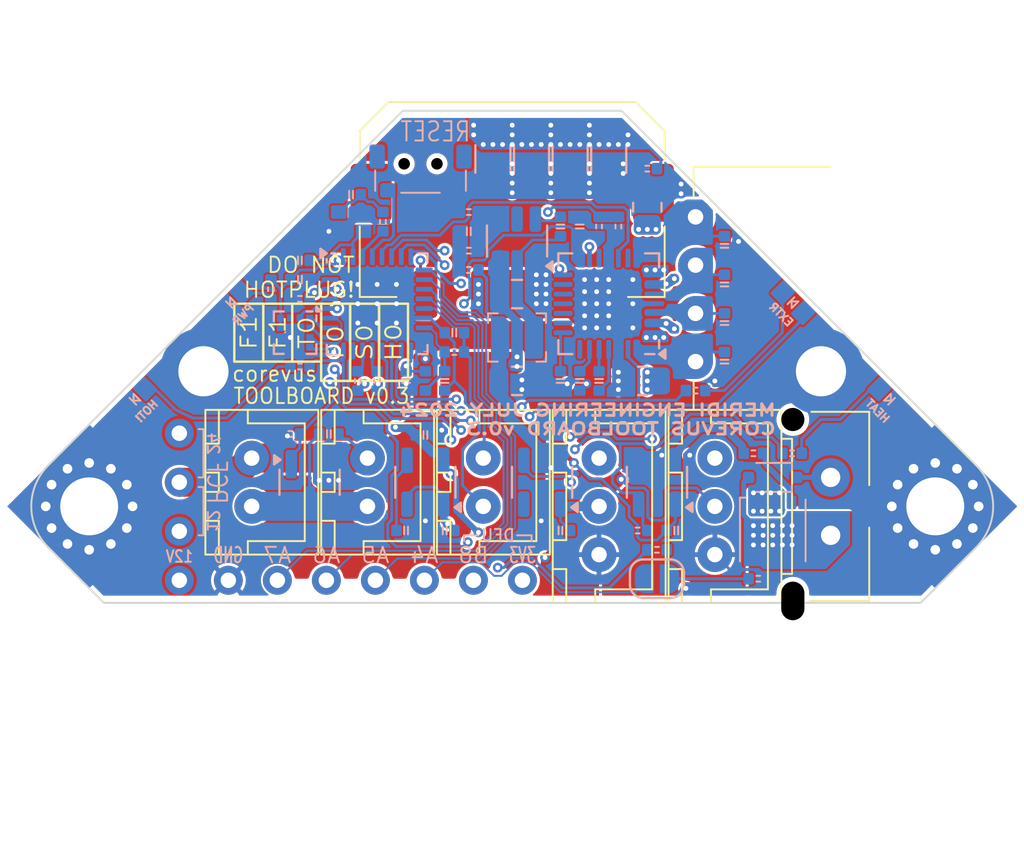
<source format=kicad_pcb>
(kicad_pcb (version 20240108) (generator "pcbnew") (generator_version "8.0")
  (layers (0 "F.Cu" signal) (1 "In1.Cu" power) (2 "In2.Cu" power) (31 "B.Cu" signal) (34 "B.Paste" user) (35 "F.Paste" user) (36 "B.SilkS" user "B.Silkscreen") (37 "F.SilkS" user "F.Silkscreen") (38 "B.Mask" user) (39 "F.Mask" user) (44 "Edge.Cuts" user))
  (net 0 "")
  (net 1 "/B1")
  (net 2 "/B2")
  (net 3 "/A1")
  (net 4 "/A2")
  (net 5 "GND")
  (net 6 "+24V")
  (net 7 "Net-(U3-PF0)")
  (net 8 "Net-(U3-PF1)")
  (net 9 "+12V")
  (net 10 "Net-(D1-A)")
  (net 11 "/F0_FG")
  (net 12 "+5V")
  (net 13 "/T0")
  (net 14 "/S0")
  (net 15 "/H0_Gate")
  (net 16 "/BOOT0")
  (net 17 "+3.3V")
  (net 18 "/Dir")
  (net 19 "/Step")
  (net 20 "/UART")
  (net 21 "/~{Reset}")
  (net 22 "Net-(U4-5VOUT)")
  (net 23 "Net-(U4-VCP)")
  (net 24 "Net-(U4-CPO)")
  (net 25 "Net-(U4-CPI)")
  (net 26 "Net-(J6-Pin_1)")
  (net 27 "Net-(U4-BRA)")
  (net 28 "Net-(U4-BRB)")
  (net 29 "/ACCEL_INT1")
  (net 31 "Net-(U2-BOOT)")
  (net 32 "/~{En}")
  (net 41 "/ACCEL_CS")
  (net 42 "Net-(J2-Pin_2)")
  (net 43 "VSSA")
  (net 44 "Net-(U2-SW)")
  (net 45 "Net-(U2-FB)")
  (net 46 "Net-(C3-Pad1)")
  (net 47 "VDDA")
  (net 48 "/PCF_V+")
  (net 49 "/F1")
  (net 50 "/D+")
  (net 51 "/D-")
  (net 52 "Net-(C28-Pad1)")
  (net 53 "/_{Motor}Therm")
  (net 55 "/F0")
  (net 56 "/H0")
  (net 57 "/D-'")
  (net 58 "Net-(U6-BP)")
  (net 59 "Net-(D3-K)")
  (net 60 "/D+'")
  (net 61 "/SPI1_MOSI")
  (net 62 "/SPI1_MISO")
  (net 63 "/SPI1_SCK")
  (net 64 "/PA4")
  (net 65 "/PA6")
  (net 66 "/PA5")
  (net 67 "/PA7")
  (net 69 "/_{FET}Therm")
  (net 70 "Net-(D5-A)")
  (net 71 "Net-(Q2-G)")
  (net 72 "Net-(D4-A)")
  (net 73 "Net-(D2-A)")
  (footprint "corevus:PinHeader_1x03_P2.54mm_Vertical" (layer "F.Cu") (at -17.25 -3.79)
    (property "Reference" "J10" (hide yes))
    (property "Value" "1x3P")
  )
  (footprint "corevus:PinHeader_1x08_P2.54mm_Vertical" (layer "F.Cu") (at -17.25 3.83 90)
    (property "Reference" "J8" (hide yes))
    (property "Value" "1x8P")
  )
  (footprint "corevus:Molex_Micro-Fit-3.0_436500215" (layer "F.Cu") (at 16.5 0 -90)
    (property "Reference" "J1" (hide yes))
    (property "Value" "MF3 1x2P")
  )
  (footprint "corevus:JST_XH_1x03" (layer "F.Cu") (at 10.5 0.000001 90)
    (property "Reference" "J9" (hide yes))
    (property "Value" "XH 1x2P")
  )
  (footprint "corevus:JST_XH_1x04-Side" (layer "F.Cu") (at 9.5 -11.25 -90)
    (property "Reference" "J4" (hide yes))
    (property "Value" "XH 1x4P")
  )
  (footprint "corevus:JST_XH_1x02" (layer "F.Cu") (at -1.5 -1.249999 90)
    (property "Reference" "J5" (hide yes))
    (property "Value" "XH 1x2P")
  )
  (footprint "corevus:JST_XH_1x03" (layer "F.Cu") (at 4.5 0 90)
    (property "Reference" "J2" (hide yes))
    (property "Value" "XH 1x2P")
  )
  (footprint "corevus:JST_XH_1x02" (layer "F.Cu") (at -7.5 -1.249999 90)
    (property "Reference" "J6" (hide yes))
    (property "Value" "XH 1x2P")
  )
  (footprint "corevus:JST_XH_1x02" (layer "F.Cu") (at -13.5 -1.249999 90)
    (property "Reference" "J7" (hide yes))
    (property "Value" "XH 1x2P")
  )
  (footprint "corevus:MountingHole_M3_Driver_Corner" (layer "F.Cu") (at -21.92031 0 135)
    (property "Reference" "H1" (hide yes))
    (property "Value" "M3 Hole")
  )
  (footprint "corevus:MountingHole_M3_Driver_Corner" (layer "F.Cu") (at 21.92031 0 -45)
    (property "Reference" "H2" (hide yes))
    (property "Value" "M3 Hole")
  )
  (footprint "corevus:XKB_X3025WRS-2x04E" (layer "F.Cu") (at 0 -11.000001)
    (property "Reference" "J3" (hide yes))
    (property "Value" "MX3.0 2x4P")
  )
  (footprint "PCM_ME_passives:0603LED" (layer "B.Cu") (at -19.55 -5.55 45)
    (property "Reference" "D5" (hide yes))
    (property "Value" "Ylw")
  )
  (footprint "Resistor_SMD:R_0805_2012Metric" (layer "B.Cu") (at 6.75 -6.5)
    (property "Reference" "R6" (hide yes))
    (property "Value" "100mΩ")
  )
  (footprint "AlphaLib:0402R" (layer "B.Cu") (at 4.5 -14.499999 -90)
    (property "Reference" "R16" (hide yes))
    (property "Value" "4.7kΩ")
  )
  (footprint "corevus:Sinhoo_TH162010" (layer "B.Cu") (at -16 -7 135)
    (property "Reference" "H3" (hide yes))
    (property "Value" "M2 Standoff")
  )
  (footprint "AlphaLib:0402R" (layer "B.Cu") (at -2.25 -15.25 180)
    (property "Reference" "R10" (hide yes))
    (property "Value" "20kΩ")
  )
  (footprint "Package_TO_SOT_SMD:SOT-23-5" (layer "B.Cu") (at -4.5 -1.25 90)
    (property "Reference" "U6" (hide yes))
    (property "Value" "SPX3819M5-L-3-3")
  )
  (footprint "corevus:ShouHan_TS24CA" (layer "B.Cu") (at -4.75 -17.75 180)
    (property "Reference" "SW1" (hide yes))
    (property "Value" "Reset")
  )
  (footprint "Package_TO_SOT_SMD:SOT-23-5" (layer "B.Cu") (at 1.55 -1.25 90)
    (property "Reference" "U7" (hide yes))
    (property "Value" "TPS2069CDBV")
  )
  (footprint "AlphaLib:0402R" (layer "B.Cu") (at -6.999999 -6.5 -90)
    (property "Reference" "R4" (hide yes))
    (property "Value" "33Ω")
  )
  (footprint "corevus:NetTie-2_SMD_Pad0.1mm" (layer "B.Cu") (at -5.100001 -9.75)
    (property "Reference" "NT1" (hide yes))
    (property "Value" "NetTie_2" (hide yes))
  )
  (footprint "Jumper:SolderJumper-2_P1.3mm_Open_RoundedPad1.0x1.5mm" (layer "B.Cu") (at 7.499999 3.75 180)
    (property "Reference" "JP1" (hide yes))
    (property "Value" "Jumper_2_Small_Open")
  )
  (footprint "AlphaLib:0402C" (layer "B.Cu") (at -5.5 -6.5 -90)
    (property "Reference" "C12" (hide yes))
    (property "Value" "1µF")
  )
  (footprint "AlphaLib:0402" (layer "B.Cu") (at -4.500001 -6.5 90)
    (property "Reference" "FB1" (hide yes))
    (property "Value" "GZ1005")
  )
  (footprint "AlphaLib:0402R" (layer "B.Cu") (at -6.699999 -14.75 -90)
    (property "Reference" "R12" (hide yes))
    (property "Value" "1kΩ")
  )
  (footprint "Package_LGA:LGA-12_2x2mm_P0.5mm" (layer "B.Cu") (at -11.25 -9 180)
    (property "Reference" "U1" (hide yes))
    (property "Value" "LIS2DE12")
  )
  (footprint "Capacitor_SMD:C_0805_2012Metric" (layer "B.Cu") (at 0.25 -6.5)
    (property "Reference" "C33" (hide yes))
    (property "Value" "10µF")
  )
  (footprint "AlphaLib:0402R" (layer "B.Cu") (at 9.5 -6 180)
    (property "Reference" "R21" (hide yes))
    (property "Value" "2.2kΩ")
  )
  (footprint "corevus:L_Changjiang_FTC2520" (layer "B.Cu") (at 0.25 -8.75 180)
    (property "Reference" "L1" (hide yes))
    (property "Value" "10µH")
  )
  (footprint "Crystal:Crystal_SMD_2016-4Pin_2.0x1.6mm" (layer "B.Cu") (at -8.350001 -14.75)
    (property "Reference" "Y1" (hide yes))
    (property "Value" "XRCGB25")
  )
  (footprint "Capacitor_SMD:C_1206_3216Metric" (layer "B.Cu") (at 5 -18 -90)
    (property "Reference" "C17" (hide yes))
    (property "Value" "10µF 50V")
  )
  (footprint "AlphaLib:0402R" (layer "B.Cu") (at 6.500001 1.25)
    (property "Reference" "R19" (hide yes))
    (property "Value" "10kΩ")
  )
  (footprint "AlphaLib:0402C" (layer "B.Cu") (at 2.5 -6.5 -90)
    (property "Reference" "C4" (hide yes))
    (property "Value" "1µF")
  )
  (footprint "AlphaLib:0402R" (layer "B.Cu") (at -11 -7.25)
    (property "Reference" "R8" (hide yes))
    (property "Value" "2.2kΩ")
  )
  (footprint "AlphaLib:0402R" (layer "B.Cu") (at -8 -6.5 -90)
    (property "Reference" "R3" (hide yes))
    (property "Value" "33Ω")
  )
  (footprint "Capacitor_SMD:C_1206_3216Metric" (layer "B.Cu") (at 3 -18 -90)
    (property "Reference" "C16" (hide yes))
    (property "Value" "10µF 50V")
  )
  (footprint "AlphaLib:0402R" (layer "B.Cu") (at -3 -8 180)
    (property "Reference" "R13" (hide yes))
    (property "Value" "2.2kΩ")
  )
  (footprint "AlphaLib:0402C" (layer "B.Cu") (at 3.5 -6.5 -90)
    (property "Reference" "C8" (hide yes))
    (property "Value" "100nF 16V")
  )
  (footprint "AlphaLib:0402C" (layer "B.Cu") (at -11 -12.75 180)
    (property "Reference" "C2" (hide yes))
    (property "Value" "6pF")
  )
  (footprint "Capacitor_SMD:C_1206_3216Metric" (layer "B.Cu") (at -1 -18 -90)
    (property "Reference" "C14" (hide yes))
    (property "Value" "10µF 50V")
  )
  (footprint "AlphaLib:0402C" (layer "B.Cu") (at -3.5 -6.5 90)
    (property "Reference" "C13" (hide yes))
    (property "Value" "1µF")
  )
  (footprint "AlphaLib:0402C" (layer "B.Cu") (at -5.5 1.25 180)
    (property "Reference" "C31" (hide yes))
    (property "Value" "10nF")
  )
  (footprint "AlphaLib:0402R" (layer "B.Cu") (at 12.75 3.75)
    (property "Reference" "TH2" (hide yes))
    (property "Value" "10kΩ 3950K")
  )
  (footprint "AlphaLib:0402R" (layer "B.Cu") (at -2.249999 -13.25)
    (property "Reference" "R11" (hide yes))
    (property "Value" "150kΩ")
  )
  (footprint "AlphaLib:0402R" (layer "B.Cu") (at -2.25 -12.25 180)
    (property "Reference" "R15" (hide yes))
    (property "Value" "51Ω")
  )
  (footprint "AlphaLib:0402C" (layer "B.Cu") (at -3.5 1.25)
    (property "Reference" "C1" (hide yes))
    (property "Value" "1µF")
  )
  (footprint "Resistor_SMD:R_0805_2012Metric" (layer "B.Cu") (at 7 -15.500001 -90)
    (property "Reference" "R5" (hide yes))
    (property "Value" "100mΩ")
  )
  (footprint "Package_DFN_QFN:TQFN-28-1EP_5x5mm_P0.5mm_EP3.25x3.25mm_ThermalVias" (layer "B.Cu") (at 5 -10.5 90)
    (property "Reference" "U4" (hide yes))
    (property "Value" "TMC2209-LA")
  )
  (footprint "AlphaLib:0402C" (layer "B.Cu") (at -11 -11.75)
    (property "Reference" "C11" (hide yes))
    (property "Value" "1µF")
  )
  (footprint "AlphaLib:0402C" (layer "B.Cu") (at -4.5 -3.700001 180)
    (property "Reference" "C34" (hide yes))
    (property "Value" "1µF")
  )
  (footprint "AlphaLib:0402R" (layer "B.Cu") (at 12.5 -2.75 180)
    (property "Reference" "R9" (hide yes))
    (property "Value" "0Ω")
  )
  (footprint "PCM_ME_passives:0603LED" (layer "B.Cu") (at 14.55 -10.55 -45)
    (property "Reference" "D3" (hide yes))
    (property "Value" "Grn")
  )
  (footprint "AlphaLib:0402C" (layer "B.Cu") (at 11 -11.499999 -90)
    (property "Reference" "C19" (hide yes))
    (property "Value" "470pF")
  )
  (footprint "Capacitor_SMD:C_0805_2012Metric" (layer "B.Cu") (at 0.25 -11)
    (property "Reference" "C32" (hide yes))
    (property "Value" "10µF 25V")
  )
  (footprint "AlphaLib:0402C" (layer "B.Cu") (at -2.25 -14.25)
    (property "Reference" "C28" (hide yes))
    (property "Value" "68pF")
  )
  (footprint "Package_DFN_QFN:QFN-32-1EP_5x5mm_P0.5mm_EP3.45x3.45mm" (layer "B.Cu") (at -7 -10.5 -90)
    (property "Reference" "U3" (hide yes))
    (property "Value" "STM32G431KBU3")
  )
  (footprint "AlphaLib:0402R" (layer "B.Cu") (at -11.000001 -10.75)
    (property "Reference" "R2" (hide yes))
    (property "Value" "100kΩ")
  )
  (footprint "AlphaLib:0402C" (layer "B.Cu") (at 2.5 1.25 180)
    (property "Reference" "C6" (hide yes))
    (property "Value" "1µF")
  )
  (footprint "AlphaLib:0402C" (layer "B.Cu") (at -8.35 -16.15 180)
    (property "Reference" "C3" (hide yes))
    (property "Value" "6pF")
  )
  (footprint "AlphaLib:0402C" (layer "B.Cu") (at 3.500001 -14.5 90)
    (property "Reference" "C5" (hide yes))
    (property "Value" "1µF")
  )
  (footprint "AlphaLib:0402C" (layer "B.Cu") (at -9.5 -3.75 180)
    (property "Reference" "C23" (hide yes))
    (property "Value" "100nF 50V")
  )
  (footprint "AlphaLib:0402R" (layer "B.Cu") (at 7.5 2.25 180)
    (property "Reference" "R7" (hide yes))
    (property "Value" "4.7kΩ")
  )
  (footprint "AlphaLib:0402R" (layer "B.Cu") (at 14.5 -2.75 180)
    (property "Reference" "R1" (hide yes))
    (property "Value" "4.7kΩ")
  )
  (footprint "AlphaLib:0402C" (layer "B.Cu") (at 11.000001 -7.499999 -90)
    (property "Reference" "C21" (hide yes))
    (property "Value" "470pF")
  )
  (footprint "AlphaLib:0402C" (layer "B.Cu") (at -3 -9 180)
    (property "Reference" "C26" (hide yes))
    (property "Value" "1µF")
  )
  (footprint "AlphaLib:0402C" (layer "B.Cu") (at 11 -9.499999 -90)
    (property "Reference" "C20" (hide yes))
    (property "Value" "470pF")
  )
  (footprint "PCM_ME_passives:0603LED" (layer "B.Cu") (at -14.55 -10.55 45)
    (property "Reference" "D4" (hide yes))
    (property "Value" "Wht")
  )
  (footprint "Package_TO_SOT_SMD:SOT-23-6" (layer "B.Cu") (at 0.250001 -13.75 90)
    (property "Reference" "U2" (hide yes))
    (property "Value" "TPS54302")
  )
  (footprint "Package_TO_SOT_SMD:SOT-23" (layer "B.Cu") (at -10.5 -1.25 -90)
    (property "Reference" "Q4" (hide yes))
    (property "Value" "AO3400")
  )
  (footprint "AlphaLib:0402C" (layer "B.Cu") (at 4.500001 -6.5 90)
    (property "Reference" "C9" (hide yes))
    (property "Value" "22nF 50V")
  )
  (footprint "Package_TO_SOT_SMD:SOT-23-5" (layer "B.Cu") (at 7.499999 -1.25 90)
    (property "Reference" "U8" (hide yes))
    (property "Value" "UCC27517")
  )
  (footprint "AlphaLib:0402C" (layer "B.Cu") (at 11 -13.499999 -90)
    (property "Reference" "C18" (hide yes))
    (property "Value" "470pF")
  )
  (footprint "PCM_ME_passives:0603LED" (layer "B.Cu") (at 19.55 -5.55 135)
    (property "Reference" "D2" (hide yes))
    (property "Value" "Red")
  )
  (footprint "AlphaLib:0402C" (layer "B.Cu") (at 2.5 -14.5 -90)
    (property "Reference" "C7" (hide yes))
    (property "Value" "100nF")
  )
  (footprint "AlphaLib:0402R" (layer "B.Cu") (at 5.5 -14.5 -90)
    (property "Reference" "TH1" (hide yes))
    (property "Value" "10kΩ 3950K")
  )
  (footprint "AlphaLib:0402C" (layer "B.Cu") (at 8.5 1.25)
    (property "Reference" "C29" (hide yes))
    (property "Value" "100nF 25V")
  )
  (footprint "AlphaLib:0402R" (layer "B.Cu") (at -11.5 -3.749999 180)
    (property "Reference" "R14" (hide yes))
    (property "Value" "10kΩ")
  )
  (footprint "Capacitor_SMD:C_1206_3216Metric" (layer "B.Cu") (at 1 -18 -90)
    (property "Reference" "C15" (hide yes))
    (property "Value" "10µF 50V")
  )
  (footprint "AlphaLib:0402R" (layer "B.Cu") (at 7 -17.5 180)
    (property "Reference" "R20" (hide yes))
    (property "Value" "510kΩ")
  )
  (footprint "AlphaLib:0402R" (layer "B.Cu") (at -12.5 -11.25 90)
    (property "Reference" "R17" (hide yes))
    (property "Value" "2.2kΩ")
  )
  (footprint "corevus:D_SOD-323" (layer "B.Cu") (at 13.5 -1.5 180)
    (property "Reference" "D1" (hide yes))
    (property "Value" "4148")
  )
  (footprint "corevus:MOSFET_DFN8" (layer "B.Cu") (at 13.5 1.25)
    (property "Reference" "Q2" (hide yes))
    (property "Value" "NMOS")
  )
  (footprint "corevus:Sinhoo_TH162010" (layer "B.Cu") (at 16 -7 45)
    (property "Reference" "H4" (hide yes))
    (property "Value" "M2 Standoff")
  )
  (gr_line (start -16 1.5) (end -16.25 1.5) (stroke (width 0.1)) (layer "B.SilkS"))
  (gr_line (start -16 -4.000001) (end -16 -1.5) (stroke (width 0.1)) (layer "B.SilkS"))
  (gr_line (start -16.25 -4) (end -16 -4.000001) (stroke (width 0.1)) (layer "B.SilkS"))
  (gr_line (start 1 1.5) (end 1 1.8) (stroke (width 0.1)) (layer "B.SilkS"))
  (gr_line (start -16 -1.5) (end -16.25 -1.5) (stroke (width 0.1)) (layer "B.SilkS"))
  (gr_line (start -16 -1) (end -16 1.5) (stroke (width 0.1)) (layer "B.SilkS"))
  (gr_line (start -1.75 1.5) (end -2.5 1.5) (stroke (width 0.1)) (layer "B.SilkS"))
  (gr_line (start -16.25 -1) (end -16 -1) (stroke (width 0.1)) (layer "B.SilkS"))
  (gr_line (start -2.5 1.5) (end -2.5 1.8) (stroke (width 0.1)) (layer "B.SilkS"))
  (gr_line (start 0.25 1.5) (end 1 1.5) (stroke (width 0.1)) (layer "B.SilkS"))
  (gr_rect (start -8.4 -10.5) (end -6.9 -6.5) (stroke (width 0.125)) (fill none) (layer "F.SilkS"))
  (gr_rect (start -14.4 -10.5) (end -12.9 -7.5) (stroke (width 0.125)) (fill none) (layer "F.SilkS"))
  (gr_rect (start -12.9 -10.5) (end -11.4 -7.5) (stroke (width 0.125)) (fill none) (layer "F.SilkS"))
  (gr_rect (start -11.4 -10.5) (end -9.9 -7.5) (stroke (width 0.125)) (fill none) (layer "F.SilkS"))
  (gr_rect (start -9.9 -10.5) (end -8.4 -6.5) (stroke (width 0.125)) (fill none) (layer "F.SilkS"))
  (gr_rect (start -6.9 -10.5) (end -5.4 -6.5) (stroke (width 0.125)) (fill none) (layer "F.SilkS"))
  (gr_line (start 21.16295 5) (end -21.16295 5) (stroke (width 0.1)) (layer "Edge.Cuts"))
  (gr_line (start -21.16295 5) (end -24.04163 2.12132) (stroke (width 0.1)) (layer "Edge.Cuts"))
  (gr_arc (start 24.041631 -2.12132) (mid 24.92031 0) (end 24.041631 2.12132) (stroke (width 0.1)) (layer "Edge.Cuts"))
  (gr_line (start 5.662951 -20.5) (end 24.041631 -2.12132) (stroke (width 0.1)) (layer "Edge.Cuts"))
  (gr_arc (start -24.04163 2.12132) (mid -24.920309 0) (end -24.041631 -2.12132) (stroke (width 0.1)) (layer "Edge.Cuts"))
  (gr_line (start 5.662951 -20.5) (end -5.662951 -20.5) (stroke (width 0.1)) (layer "Edge.Cuts"))
  (gr_line (start -24.041631 -2.12132) (end -5.662951 -20.5) (stroke (width 0.1)) (layer "Edge.Cuts"))
  (gr_line (start 24.041631 2.12132) (end 21.16295 5) (stroke (width 0.1)) (layer "Edge.Cuts"))
  (gr_text "GND" (at -14.71 3 0) (layer "B.SilkS") (effects (font (size 0.8 0.5) (thickness 0.1)) (justify bottom mirror)))
  (gr_text "A7" (at -12.17 3 0) (layer "B.SilkS") (effects (font (size 0.8 0.8) (thickness 0.1)) (justify bottom mirror)))
  (gr_text "DFU" (at -0.74 1.5 0) (layer "B.SilkS") (effects (font (size 0.6 0.6) (thickness 0.1)) (justify mirror)))
  (gr_text "24" (at -15.849999 -3.25 -90) (layer "B.SilkS") (effects (font (size 0.6 0.6) (thickness 0.1)) (justify bottom mirror)))
  (gr_text "12" (at -15.849999 0.75 -90) (layer "B.SilkS") (effects (font (size 0.6 0.6) (thickness 0.1)) (justify bottom mirror)))
  (gr_text "3V3" (at 0.53 3 0) (layer "B.SilkS") (effects (font (size 0.8 0.5) (thickness 0.1)) (justify bottom mirror)))
  (gr_text "MERIDI ENGINEERING JULY 2024\nCOREVUS TOOLBOARD v0.3" (at 13.75 -4.5 0) (layer "B.SilkS") (effects (font (size 0.6 0.8)) (justify left mirror)))
  (gr_text "B8" (at -2.01 3 0) (layer "B.SilkS") (effects (font (size 0.8 0.8) (thickness 0.1)) (justify bottom mirror)))
  (gr_text "PCF" (at -15.9 -1.25 270) (layer "B.SilkS") (effects (font (size 1 0.8) (thickness 0.1) (bold yes)) (justify bottom mirror)))
  (gr_text "HOT!" (at -19.1 -5.1 45) (layer "B.SilkS") (effects (font (size 0.4 0.4) (thickness 0.1) (bold yes)) (justify top mirror)))
  (gr_text "A4" (at -4.549999 3 0) (layer "B.SilkS") (effects (font (size 0.8 0.8) (thickness 0.1)) (justify bottom mirror)))
  (gr_text "EXTR" (at 14.1 -10.1 -45) (layer "B.SilkS") (effects (font (size 0.4 0.4) (thickness 0.1)) (justify top mirror)))
  (gr_text "12V" (at -17.25 2.95 0) (layer "B.SilkS") (effects (font (size 0.6 0.5) (thickness 0.1)) (justify bottom mirror)))
  (gr_text "RESET" (at -2.1 -20 0) (layer "B.SilkS") (effects (font (size 1 0.8) (thickness 0.1)) (justify left top mirror)))
  (gr_text "PWR" (at -14.1 -10.1 45) (layer "B.SilkS") (effects (font (size 0.4 0.4) (thickness 0.1) (bold yes)) (justify top mirror)))
  (gr_text "HEAT" (at 19.1 -5.1 315) (layer "B.SilkS") (effects (font (size 0.4 0.4) (thickness 0.1)) (justify top mirror)))
  (gr_text "A5" (at -7.09 3 0) (layer "B.SilkS") (effects (font (size 0.8 0.8) (thickness 0.1)) (justify bottom mirror)))
  (gr_text "A6" (at -9.63 3 0) (layer "B.SilkS") (effects (font (size 0.8 0.8) (thickness 0.1)) (justify bottom mirror)))
  (gr_text "H0" (at -6.15 -8.5 90) (layer "F.SilkS") (effects (font (size 0.8 1) (thickness 0.1))))
  (gr_text "DO NOT\nHOTPLUG!" (at -8.1 -10.75 0) (layer "F.SilkS") (effects (font (size 0.8 0.8) (thickness 0.1)) (justify right bottom)))
  (gr_text "F1" (at -13.65 -9 90) (layer "F.SilkS") (effects (font (size 0.8 1) (thickness 0.1))))
  (gr_text "S0" (at -7.65 -8.5 90) (layer "F.SilkS") (effects (font (size 0.8 1) (thickness 0.1))))
  (gr_text "F0" (at -9.15 -8.5 90) (layer "F.SilkS") (effects (font (size 0.8 1) (thickness 0.1))))
  (gr_text "corevus" (at -14.575 -6.4 0) (layer "F.SilkS") (effects (font (size 0.8 0.77) (thickness 0.1)) (justify left bottom)))
  (gr_text "TOOLBOARD v0.3" (at -14.5 -5.25 0) (layer "F.SilkS") (effects (font (size 0.8 0.73) (thickness 0.1)) (justify left bottom)))
  (gr_text "F1" (at -12.15 -9 90) (layer "F.SilkS") (effects (font (size 0.8 1) (thickness 0.1))))
  (gr_text "T0" (at -10.65 -9 90) (layer "F.SilkS") (effects (font (size 0.8 1) (thickness 0.1))))
  (segment (start 10.250001 -7.999998) (end 10.25 -7.999999) (width 0.15) (layer "B.Cu") (net 1))
  (segment (start 11 -7.999998) (end 10.250001 -7.999998) (width 0.15) (layer "B.Cu") (net 1))
  (segment (start 10.250001 -9.999998) (end 10.25 -10) (width 0.15) (layer "B.Cu") (net 2))
  (segment (start 11 -9.999998) (end 10.250001 -9.999998) (width 0.15) (layer "B.Cu") (net 2))
  (segment (start 11 -11.999997) (end 10.250001 -11.999998) (width 0.15) (layer "B.Cu") (net 3))
  (segment (start 10.250001 -11.999998) (end 10.25 -11.999999) (width 0.15) (layer "B.Cu") (net 3))
  (segment (start 10.25 -13.999999) (end 10.25 -13.999998) (width 0.15) (layer "B.Cu") (net 4))
  (segment (start 11 -13.999998) (end 10.25 -13.999998) (width 0.15) (layer "B.Cu") (net 4))
  (via (at -10 -1.35) (size 0.5) (drill 0.25) (layers "F.Cu" "B.Cu") (net 5))
  (via (at 7.75 -2.65) (size 0.5) (drill 0.25) (layers "F.Cu" "B.Cu") (net 5))
  (via (at 4.375 -11.75) (size 0.5) (drill 0.25) (layers "F.Cu" "B.Cu") (net 5))
  (via (at -9.5 -14.25) (size 0.5) (drill 0.25) (layers "F.Cu" "B.Cu") (net 5))
  (via (at 1.25 -11.499999) (size 0.5) (drill 0.25) (layers "F.Cu" "B.Cu") (net 5))
  (via (at 12.5 -0.7) (size 0.5) (drill 0.25) (layers "F.Cu" "B.Cu") (net 5))
  (via (at 8.75 -16.7) (size 0.5) (drill 0.25) (layers "F.Cu" "B.Cu") (net 5))
  (via (at 13.85 0.25) (size 0.5) (drill 0.25) (layers "F.Cu" "B.Cu") (net 5))
  (via (at 4.375 -9.25) (size 0.5) (drill 0.25) (layers "F.Cu" "B.Cu") (net 5))
  (via (at -5.5 -6.35) (size 0.5) (drill 0.25) (layers "F.Cu" "B.Cu") (net 5))
  (via (at 5 -10.5) (size 0.5) (drill 0.25) (layers "F.Cu" "B.Cu") (net 5))
  (via (at 4.375 -11.125) (size 0.5) (drill 0.25) (layers "F.Cu" "B.Cu") (net 5))
  (via (at 5 -9.875) (size 0.5) (drill 0.25) (layers "F.Cu" "B.Cu") (net 5))
  (via (at 13.4 -0.7) (size 0.5) (drill 0.25) (layers "F.Cu" "B.Cu") (net 5))
  (via (at 0 -17.749999) (size 0.5) (drill 0.25) (layers "F.Cu" "B.Cu") (net 5))
  (via (at 5.5 -6.95) (size 0.5) (drill 0.25) (layers "F.Cu" "B.Cu") (net 5))
  (via (at 1.25 -11) (size 0.5) (drill 0.25) (layers "F.Cu" "B.Cu") (net 5))
  (via (at -7 -11.499999) (size 0.5) (drill 0.25) (layers "F.Cu" "B.Cu") (net 5))
  (via (at 2 -16.75) (size 0.5) (drill 0.25) (layers "F.Cu" "B.Cu") (net 5))
  (via (at 4.375 -9.875) (size 0.5) (drill 0.25) (layers "F.Cu" "B.Cu") (net 5))
  (via (at -4.5 0.750001) (size 0.5) (drill 0.25) (layers "F.Cu" "B.Cu") (net 5))
  (via (at 1.749999 -11) (size 0.5) (drill 0.25) (layers "F.Cu" "B.Cu") (net 5))
  (via (at 13.85 -0.7) (size 0.5) (drill 0.25) (layers "F.Cu" "B.Cu") (net 5))
  (via (at -11.65 -3.65) (size 0.5) (drill 0.25) (layers "F.Cu" "B.Cu") (net 5))
  (via (at 3.75 -11.125) (size 0.5) (drill 0.25) (layers "F.Cu" "B.Cu") (net 5))
  (via (at 4 -16.25) (size 0.5) (drill 0.25) (layers "F.Cu" "B.Cu") (net 5))
  (via (at 3.75 -9.875) (size 0.5) (drill 0.25) (layers "F.Cu" "B.Cu") (net 5))
  (via (at 5 -11.125) (size 0.5) (drill 0.25) (layers "F.Cu" "B.Cu") (net 5))
  (via (at -6 -11.5) (size 0.5) (drill 0.25) (layers "F.Cu" "B.Cu") (net 5))
  (via (at 2.85 -6.35) (size 0.5) (drill 0.25) (layers "F.Cu" "B.Cu") (net 5))
  (via (at -3.65 -3.95) (size 0.5) (drill 0.25) (layers "F.Cu" "B.Cu") (net 5))
  (via (at 6.25 -9.25) (size 0.5) (drill 0.25) (layers "F.Cu" "B.Cu") (net 5))
  (via (at 2 -16.25) (size 0.5) (drill 0.25) (layers "F.Cu" "B.Cu") (net 5))
  (via (at 0 -16.750001) (size 0.5) (drill 0.25) (layers "F.Cu" "B.Cu") (net 5))
  (via (at 5.5 -6.5) (size 0.5) (drill 0.25) (layers "F.Cu" "B.Cu") (net 5))
  (via (at 3.75 -10.5) (size 0.5) (drill 0.25) (layers "F.Cu" "B.Cu") (net 5))
  (via (at -7 -10.5) (size 0.5) (drill 0.25) (layers "F.Cu" "B.Cu") (net 5))
  (via (at -6 -9.5) (size 0.5) (drill 0.25) (layers "F.Cu" "B.Cu") (net 5))
  (via (at 1.75 -10.5) (size 0.5) (drill 0.25) (layers "F.Cu" "B.Cu") (net 5))
  (via (at -8 -10.5) (size 0.5) (drill 0.25) (layers "F.Cu" "B.Cu") (net 5))
  (via (at 1.5 0.75) (size 0.5) (drill 0.25) (layers "F.Cu" "B.Cu") (net 5))
  (via (at 1.75 -11.5) (size 0.5) (drill 0.25) (layers "F.Cu" "B.Cu") (net 5))
  (via (at -11.5 -8.75) (size 0.5) (drill 0.25) (layers "F.Cu" "B.Cu") (net 5))
  (via (at 5.5 -6.05) (size 0.5) (drill 0.25) (layers "F.Cu" "B.Cu") (net 5))
  (via (at 4 -17.25) (size 0.5) (drill 0.25) (layers "F.Cu" "B.Cu") (net 5))
  (via (at -1.749999 -11) (size 0.5) (drill 0.25) (layers "F.Cu" "B.Cu") (net 5))
  (via (at -6 -10.5) (size 0.5) (drill 0.25) (layers "F.Cu" "B.Cu") (net 5))
  (via (at -7 -9.5) (size 0.5) (drill 0.25) (layers "F.Cu" "B.Cu") (net 5))
  (via (at 12.5 0.25) (size 0.5) (drill 0.25) (layers "F.Cu" "B.Cu") (net 5))
  (via (at 1.25 -12) (size 0.5) (drill 0.25) (layers "F.Cu" "B.Cu") (net 5))
  (via (at 5 -11.75) (size 0.5) (drill 0.25) (layers "F.Cu" "B.Cu") (net 5))
  (via (at 6.25 -10.5) (size 0.5) (drill 0.25) (layers "F.Cu" "B.Cu") (net 5))
  (via (at 1.25 -10.5) (size 0.5) (drill 0.25) (layers "F.Cu" "B.Cu") (net 5))
  (via (at 11.727922 -13.727922) (size 0.5) (drill 0.25) (layers "F.Cu" "B.Cu") (net 5))
  (via (at 0.499999 -6.05) (size 0.5) (drill 0.25) (layers "F.Cu" "B.Cu") (net 5))
  (via (at 0.5 -6.55) (size 0.5) (drill 0.25) (layers "F.Cu" "B.Cu") (net 5))
  (via (at 9.199999 -2.65) (size 0.5) (drill 0.25) (layers "F.Cu" "B.Cu") (net 5))
  (via (at -1.75 -10.5) (size 0.5) (drill 0.25) (layers "F.Cu" "B.Cu") (net 5))
  (via (at 4.000001 -16.75) (size 0.5) (drill 0.25) (layers "F.Cu" "B.Cu") (net 5))
  (via (at 2 -17.249999) (size 0.5) (drill 0.25) (layers "F.Cu" "B.Cu") (net 5))
  (via (at 10.5 -6.5) (size 0.5) (drill 0.25) (layers "F.Cu" "B.Cu") (net 5))
  (via (at 12.95 -0.7) (size 0.5) (drill 0.25) (layers "F.Cu" "B.Cu") (net 5))
  (via (at -1.75 -11.5) (size 0.5) (drill 0.25) (layers "F.Cu" "B.Cu") (net 5))
  (via (at 5.75 -17.25) (size 0.5) (drill 0.25) (layers "F.Cu" "B.Cu") (net 5))
  (via (at 6.25 -11.75) (size 0.5) (drill 0.25) (layers "F.Cu" "B.Cu") (net 5))
  (via (at 12.95 0.25) (size 0.5) (drill 0.25) (layers "F.Cu" "B.Cu") (net 5))
  (via (at 0 -16.25) (size 0.5) (drill 0.25) (layers "F.Cu" "B.Cu") (net 5))
  (via (at 5 -9.25) (size 0.5) (drill 0.25) (layers "F.Cu" "B.Cu") (net 5))
  (via (at -9.5 -1.35) (size 0.5) (drill 0.25) (layers "F.Cu" "B.Cu") (net 5))
  (via (at 3.75 -9.25) (size 0.5) (drill 0.25) (layers "F.Cu" "B.Cu") (net 5))
  (via (at 0 -17.25) (size 0.5) (drill 0.25) (layers "F.Cu" "B.Cu") (net 5))
  (via (at 8.75 -16.2) (size 0.5) (drill 0.25) (layers "F.Cu" "B.Cu") (net 5))
  (via (at 2 -17.75) (size 0.5) (drill 0.25) (layers "F.Cu" "B.Cu") (net 5))
  (via (at -9 -1.35) (size 0.5) (drill 0.25) (layers "F.Cu" "B.Cu") (net 5))
  (via (at 13.4 0.25) (size 0.5) (drill 0.25) (layers "F.Cu" "B.Cu") (net 5))
  (via (at 4.000001 -17.749999) (size 0.5) (drill 0.25) (layers "F.Cu" "B.Cu") (net 5))
  (via (at -8 -11.5) (size 0.5) (drill 0.25) (layers "F.Cu" "B.Cu") (net 5))
  (via (at 3.75 -11.75) (size 0.5) (drill 0.25) (layers "F.Cu" "B.Cu") (net 5))
  (via (at 5.75 -17.75) (size 0.5) (drill 0.25) (layers "F.Cu" "B.Cu") (net 5))
  (via (at 1.749999 -11.999999) (size 0.5) (drill 0.25) (layers "F.Cu" "B.Cu") (net 5))
  (via (at 4.375 -10.5) (size 0.5) (drill 0.25) (layers "F.Cu" "B.Cu") (net 5))
  (via (at -8 -9.5) (size 0.5) (drill 0.25) (layers "F.Cu" "B.Cu") (net 5))
  (via (at 9 4.25) (size 0.5) (drill 0.25) (layers "F.Cu" "B.Cu") (net 5))
  (segment (start -10.500001 -11.75) (end -10.25 -11.75) (width 0.15) (layer "B.Cu") (net 5))
  (segment (start -10.500001 -11.749998) (end -11.499999 -10.75) (width 0.15) (layer "B.Cu") (net 5))
  (segment (start 5.5 -8.1375) (end 5.5 -9) (width 0.25) (layer "B.Cu") (net 5))
  (segment (start 13.5 -2.35) (end 14.15 -1.7) (width 0.25) (layer "B.Cu") (net 5))
  (segment (start -6.249999 -9.75) (end -4.75 -9.75) (width 0.25) (layer "B.Cu") (net 5))
  (segment (start -4.9 -8.75) (end -5.15 -9) (width 0.15) (layer "B.Cu") (net 5))
  (segment (start 3.999999 -14.5) (end 5.000002 -14.5) (width 0.25) (layer "B.Cu") (net 5))
  (segment (start 5 -12.8625) (end 5 -11.75) (width 0.25) (layer "B.Cu") (net 5))
  (segment (start 7.75 -2.884488) (end 9.340511 -4.474999) (width 0.25) (layer "B.Cu") (net 5))
  (segment (start 7.362501 -10.5) (end 6.25 -10.5) (width 0.25) (layer "B.Cu") (net 5))
  (segment (start 9.199999 -2.749999) (end 9.8 -3.35) (width 0.15) (layer "B.Cu") (net 5))
  (segment (start -7 -10.5) (end -6.249999 -9.75) (width 0.25) (layer "B.Cu") (net 5))
  (segment (start -8 -11.5) (end -8.75 -12.25) (width 0.15) (layer "B.Cu") (net 5))
  (segment (start -5.5 -9) (end -7 -10.5) (width 0.15) (layer "B.Cu") (net 5))
  (segment (start 13.325 -3.275) (end 13.5 -3.1) (width 0.25) (layer "B.Cu") (net 5))
  (segment (start 9.199999 -2.65) (end 9.199999 -2.749999) (width 0.15) (layer "B.Cu") (net 5))
  (segment (start 1.199999 -11.124999) (end 1.199999 -12.6125) (width 0.6) (layer "B.Cu") (net 5))
  (segment (start 12.774999 3.275) (end 11.274999 3.275) (width 0.15) (layer "B.Cu") (net 5))
  (segment (start -20.03033 -4.96967) (end -19.676776 -4.96967) (width 0.15) (layer "B.Cu") (net 5))
  (segment (start -4.6 -8.75) (end -4.9 -8.75) (width 0.15) (layer "B.Cu") (net 5))
  (segment (start -10.500001 -11.75) (end -10.500001 -11.749998) (width 0.15) (layer "B.Cu") (net 5))
  (segment (start 12.511568 -3.275) (end 13.325 -3.275) (width 0.25) (layer "B.Cu") (net 5))
  (segment (start 10.024999 -3.574999) (end 10.94528 -3.574999) (width 0.15) (layer "B.Cu") (net 5))
  (segment (start 10.94528 -3.574999) (end 11.55 -2.970279) (width 0.15) (layer "B.Cu") (net 5))
  (segment (start 13.5 -3.1) (end 13.5 -2.35) (width 0.25) (layer "B.Cu") (net 5))
  (segment (start 3.5 -14.999999) (end 3.999999 -14.5) (width 0.25) (layer "B.Cu") (net 5))
  (segment (start 3.75 -9.25) (end 3 -8.5) (width 0.2) (layer "B.Cu") (net 5))
  (segment (start 3.75 -11.75) (end 2.5 -13) (width 0.2) (layer "B.Cu") (net 5))
  (segment (start -5.499999 -6.000001) (end -5.5 -6.000001) (width 0.15) (layer "B.Cu") (net 5))
  (segment (start 7.75 -2.65) (end 7.75 -2.884488) (width 0.25) (layer "B.Cu") (net 5))
  (segment (start 13.85 -0.734487) (end 13.85 -0.7) (width 0.25) (layer "B.Cu") (net 5))
  (segment (start 11.274999 3.275) (end 10.5 2.500001) (width 0.15) (layer "B.Cu") (net 5))
  (segment (start 6.25 -10.5) (end 6.375001 -10.5) (width 0.25) (layer "B.Cu") (net 5))
  (segment (start -5.15 -9) (end -5.5 -9) (width 0.15) (layer "B.Cu") (net 5))
  (segment (start 11.311569 -4.474999) (end 12.511568 -3.275) (width 0.25) (layer "B.Cu") (net 5))
  (segment (start -9.75 -12.25) (end -9.4375 -12.25) (width 0.15) (layer "B.Cu") (net 5))
  (segment (start 11.55 -2.970279) (end 11.55 -2.75) (width 0.15) (layer "B.Cu") (net 5))
  (segment (start -10.25 -11.75) (end -9.75 -12.25) (width 0.15) (layer "B.Cu") (net 5))
  (segment (start 5 -12.8625) (end 5 -14.499998) (width 0.2) (layer "B.Cu") (net 5))
  (segment (start 5 -14.499998) (end 5.000002 -14.5) (width 0.2) (layer "B.Cu") (net 5))
  (segment (start 9.340511 -4.474999) (end 11.311569 -4.474999) (width 0.25) (layer "B.Cu") (net 5))
  (segment (start 9.8 -3.35) (end 10.024999 -3.574999) (width 0.15) (layer "B.Cu") (net 5))
  (segment (start 5 -11.75) (end 5 -11.875) (width 0.25) (layer "B.Cu") (net 5))
  (segment (start 13.25 3.75) (end 12.774999 3.275) (width 0.15) (layer "B.Cu") (net 5))
  (segment (start -5.5 -6.000001) (end -5.5 -6.35) (width 0.15) (layer "B.Cu") (net 5))
  (segment (start 5.000002 -14.5) (end 5.5 -14.000001) (width 0.25) (layer "B.Cu") (net 5))
  (segment (start -8 -11.5) (end -7 -10.5) (width 0.15) (layer "B.Cu") (net 5))
  (via (at 4 -18.75) (size 0.5) (drill 0.25) (layers "F.Cu" "B.Cu") (net 6))
  (via (at 0.499999 -18.75) (size 0.5) (drill 0.25) (layers "F.Cu" "B.Cu") (net 6))
  (via (at 3 -18.75) (size 0.5) (drill 0.25) (layers "F.Cu" "B.Cu") (net 6))
  (via (at -1.5 -18.75) (size 0.5) (drill 0.25) (layers "F.Cu" "B.Cu") (net 6))
  (via (at 6.949998 -12.25) (size 0.5) (drill 0.25) (layers "F.Cu" "B.Cu") (net 6))
  (via (at -2 -19.75) (size 0.5) (drill 0.25) (layers "F.Cu" "B.Cu") (net 6))
  (via (at 7.85 -8.75) (size 0.5) (drill 0.25) (layers "F.Cu" "B.Cu") (net 6))
  (via (at 3.85 -6.35) (size 0.5) (drill 0.25) (layers "F.Cu" "B.Cu") (net 6))
  (via (at -0.499999 -18.75) (size 0.5) (drill 0.25) (layers "F.Cu" "B.Cu") (net 6))
  (via (at 7.85 -12.25) (size 0.5) (drill 0.25) (layers "F.Cu" "B.Cu") (net 6))
  (via (at 0 -18.75) (size 0.5) (drill 0.25) (layers "F.Cu" "B.Cu") (net 6))
  (via (at 6 -19.25) (size 0.5) (drill 0.25) (layers "F.Cu" "B.Cu") (net 6))
  (via (at 2 -19.25) (size 0.5) (drill 0.25) (layers "F.Cu" "B.Cu") (net 6))
  (via (at 5 -18.75) (size 0.5) (drill 0.25) (layers "F.Cu" "B.Cu") (net 6))
  (via (at 6 -18.75) (size 0.5) (drill 0.25) (layers "F.Cu" "B.Cu") (net 6))
  (via (at 7.4 -8.75) (size 0.5) (drill 0.25) (layers "F.Cu" "B.Cu") (net 6))
  (via (at 4.5 -18.75) (size 0.5) (drill 0.25) (layers "F.Cu" "B.Cu") (net 6))
  (via (at 3.500001 -18.75) (size 0.5) (drill 0.25) (layers "F.Cu" "B.Cu") (net 6))
  (via (at 0 -19.249999) (size 0.5) (drill 0.25) (layers "F.Cu" "B.Cu") (net 6))
  (via (at 6.950001 -8.749999) (size 0.5) (drill 0.25) (layers "F.Cu" "B.Cu") (net 6))
  (via (at -2 -19.25) (size 0.5) (drill 0.25) (layers "F.Cu" "B.Cu") (net 6))
  (via (at 4 -19.75) (size 0.5) (drill 0.25) (layers "F.Cu" "B.Cu") (net 6))
  (via (at 2 -18.75) (size 0.5) (drill 0.25) (layers "F.Cu" "B.Cu") (net 6))
  (via (at 7.4 -12.25) (size 0.5) (drill 0.25) (layers "F.Cu" "B.Cu") (net 6))
  (via (at 2.5 -18.75) (size 0.5) (drill 0.25) (layers "F.Cu" "B.Cu") (net 6))
  (via (at 0 -19.75) (size 0.5) (drill 0.25) (layers "F.Cu" "B.Cu") (net 6))
  (via (at 4.000001 -19.25) (size 0.5) (drill 0.25) (layers "F.Cu" "B.Cu") (net 6))
  (via (at 5.5 -18.75) (size 0.5) (drill 0.25) (layers "F.Cu" "B.Cu") (net 6))
  (via (at 1 -18.75) (size 0.5) (drill 0.25) (layers "F.Cu" "B.Cu") (net 6))
  (via (at -1 -18.75) (size 0.5) (drill 0.25) (layers "F.Cu" "B.Cu") (net 6))
  (via (at 2 -19.749999) (size 0.5) (drill 0.25) (layers "F.Cu" "B.Cu") (net 6))
  (via (at 1.5 -18.75) (size 0.5) (drill 0.25) (layers "F.Cu" "B.Cu") (net 6))
  (segment (start 6.45 -19.25) (end 6 -19.25) (width 0.15) (layer "B.Cu") (net 6))
  (segment (start 3.500001 -6.000001) (end 3.500001 -6.000001) (width 0.15) (layer "B.Cu") (net 6))
  (segment (start 7.7 -18) (end 6.45 -19.25) (width 0.15) (layer "B.Cu") (net 6))
  (segment (start 7.499999 -17.5) (end 7.7 -17.700001) (width 0.15) (layer "B.Cu") (net 6))
  (segment (start 3.500001 -6.000001) (end 3.85 -6.35) (width 0.15) (layer "B.Cu") (net 6))
  (segment (start 14.75 -1.5) (end 16.5 -1.5) (width 0.25) (layer "B.Cu") (net 6))
  (segment (start 7.7 -17.700001) (end 7.7 -18) (width 0.15) (layer "B.Cu") (net 6))
  (segment (start -8.912608 -13.549999) (end -9.662607 -12.8) (width 0.15) (layer "B.Cu") (net 7))
  (segment (start -9.662607 -12.8) (end -10.45 -12.8) (width 0.15) (layer "B.Cu") (net 7))
  (segment (start -8.25 -12.9375) (end -8.249999 -13.65) (width 0.15) (layer "B.Cu") (net 7))
  (segment (start -8.25 -13.7) (end -7.7 -14.25) (width 0.15) (layer "B.Cu") (net 7))
  (segment (start -8.25 -13.55) (end -8.250001 -13.549999) (width 0.15) (layer "B.Cu") (net 7))
  (segment (start -10.45 -12.8) (end -10.500001 -12.749999) (width 0.15) (layer "B.Cu") (net 7))
  (segment (start -8.249999 -13.65) (end -8.25 -13.7) (width 0.15) (layer "B.Cu") (net 7))
  (segment (start -8.250001 -13.549999) (end -8.912608 -13.549999) (width 0.15) (layer "B.Cu") (net 7))
  (segment (start -6.712607 -14.250001) (end -7.75 -13.212608) (width 0.15) (layer "B.Cu") (net 8))
  (segment (start -6.7 -14.250001) (end -6.712607 -14.250001) (width 0.15) (layer "B.Cu") (net 8))
  (segment (start -7.75 -13.212608) (end -7.75 -12.937499) (width 0.15) (layer "B.Cu") (net 8))
  (segment (start 2.45 -3) (end 2.15 -3) (width 0.25) (layer "F.Cu") (net 9))
  (segment (start 2.15 -3) (end 0.75 -3) (width 0.25) (layer "F.Cu") (net 9))
  (segment (start 3.2 -2.25) (end 2.45 -3) (width 0.25) (layer "F.Cu") (net 9))
  (via (at 0.25 -7.25) (size 0.5) (drill 0.25) (layers "F.Cu" "B.Cu") (net 9))
  (via (at 3.2 -2.25) (size 0.5) (drill 0.25) (layers "F.Cu" "B.Cu") (net 9))
  (via (at 0.25 -7.75) (size 0.5) (drill 0.25) (layers "F.Cu" "B.Cu") (net 9))
  (segment (start 4.625002 -1.424998) (end 6.05 0) (width 0.15) (layer "B.Cu") (net 9))
  (segment (start 4.025002 -1.424998) (end 4.625002 -1.424998) (width 0.15) (layer "B.Cu") (net 9))
  (segment (start -0.699999 -12.6125) (end -0.7 -11) (width 0.6) (layer "B.Cu") (net 9))
  (segment (start 7.500002 1.75) (end 8.45 0.800002) (width 0.15) (layer "B.Cu") (net 9))
  (segment (start 6.5 0.983318) (end 6.5 1.6) (width 0.15) (layer "B.Cu") (net 9))
  (segment (start 6.5 1.6) (end 6.65 1.75) (width 0.15) (layer "B.Cu") (net 9))
  (segment (start 3.2 -2.25) (end 4.025002 -1.424998) (width 0.15) (layer "B.Cu") (net 9))
  (segment (start 8.449997 -0.1125) (end 8.449997 -0.449998) (width 0.25) (layer "B.Cu") (net 9))
  (segment (start 8.45 0.800002) (end 8.449999 -0.1125) (width 0.15) (layer "B.Cu") (net 9))
  (segment (start 6.05 0) (end 6.05 0.533318) (width 0.15) (layer "B.Cu") (net 9))
  (segment (start 6.05 0.533318) (end 6.5 0.983318) (width 0.15) (layer "B.Cu") (net 9))
  (segment (start 6.65 1.75) (end 7.500002 1.75) (width 0.15) (layer "B.Cu") (net 9))
  (segment (start -0.699999 -10.753858) (end -0.7 -11) (width 0.3) (layer "B.Cu") (net 9))
  (via (at 13 2) (size 0.5) (drill 0.25) (layers "F.Cu" "B.Cu") (net 10))
  (via (at 14 1.5) (size 0.5) (drill 0.25) (layers "F.Cu" "B.Cu") (net 10))
  (via (at 13.5 1.5) (size 0.5) (drill 0.25) (layers "F.Cu" "B.Cu") (net 10))
  (via (at 14.5 1) (size 0.5) (drill 0.25) (layers "F.Cu" "B.Cu") (net 10))
  (via (at 14.5 1.5) (size 0.5) (drill 0.25) (layers "F.Cu" "B.Cu") (net 10))
  (via (at 12.5 1.5) (size 0.5) (drill 0.25) (layers "F.Cu" "B.Cu") (net 10))
  (via (at 14 2.000001) (size 0.5) (drill 0.25) (layers "F.Cu" "B.Cu") (net 10))
  (via (at 14 1) (size 0.5) (drill 0.25) (layers "F.Cu" "B.Cu") (net 10))
  (via (at 13.5 1) (size 0.5) (drill 0.25) (layers "F.Cu" "B.Cu") (net 10))
  (via (at 13 1.5) (size 0.5) (drill 0.25) (layers "F.Cu" "B.Cu") (net 10))
  (via (at 13.5 2) (size 0.5) (drill 0.25) (layers "F.Cu" "B.Cu") (net 10))
  (via (at 12.5 1) (size 0.5) (drill 0.25) (layers "F.Cu" "B.Cu") (net 10))
  (via (at 13 1) (size 0.5) (drill 0.25) (layers "F.Cu" "B.Cu") (net 10))
  (via (at 14.5 2) (size 0.5) (drill 0.25) (layers "F.Cu" "B.Cu") (net 10))
  (via (at 12.5 2) (size 0.5) (drill 0.25) (layers "F.Cu" "B.Cu") (net 10))
  (segment (start 12.25 -1.5) (end 12 -1.25) (width 0.25) (layer "B.Cu") (net 10))
  (segment (start 12 -1.25) (end 12 0.457107) (width 0.25) (layer "B.Cu") (net 10))
  (segment (start 12.5 1) (end 12.45 0.750001) (width 0.25) (layer "B.Cu") (net 10))
  (segment (start 12.292893 0.75) (end 12.5 1) (width 0.25) (layer "B.Cu") (net 10))
  (segment (start 12 0.457107) (end 12.292893 0.75) (width 0.25) (layer "B.Cu") (net 10))
  (via (at -2.649999 -4.95) (size 0.5) (drill 0.25) (layers "F.Cu" "B.Cu") (net 11))
  (segment (start -6.249999 -5.603554) (end -6.25 -8.0625) (width 0.15) (layer "B.Cu") (net 11))
  (segment (start -2.649999 -4.95) (end -2.95 -4.95) (width 0.15) (layer "B.Cu") (net 11))
  (segment (start -5.946447 -5.300001) (end -6.249999 -5.603554) (width 0.15) (layer "B.Cu") (net 11))
  (segment (start -3.300001 -5.300001) (end -5.946447 -5.300001) (width 0.15) (layer "B.Cu") (net 11))
  (segment (start -2.95 -4.95) (end -3.300001 -5.300001) (width 0.15) (layer "B.Cu") (net 11))
  (segment (start 4.125 -2.85) (end 4.475001 -2.499999) (width 0.15) (layer "B.Cu") (net 11))
  (segment (start 1.7 2.65) (end 2 2.35) (width 0.25) (layer "F.Cu") (net 12))
  (segment (start 2 2.35) (end 2 -2) (width 0.25) (layer "F.Cu") (net 12))
  (via (at 2 -2) (size 0.5) (drill 0.25) (layers "F.Cu" "B.Cu") (net 12))
  (via (at 5.65 -1.4) (size 0.5) (drill 0.25) (layers "F.Cu" "B.Cu") (net 12))
  (via (at -3.35 0.9) (size 0.5) (drill 0.25) (layers "F.Cu" "B.Cu") (net 12))
  (via (at 1.7 2.65) (size 0.5) (drill 0.25) (layers "F.Cu" "B.Cu") (net 12))
  (segment (start -5.449999 -0.550001) (end -5 -1) (width 0.15) (layer "B.Cu") (net 12))
  (segment (start 7.024999 0.399992) (end 7.024999 0.538776) (width 0.15) (layer "B.Cu") (net 12))
  (segment (start -0.175 -4.606975) (end -0.175 -5.294237) (width 0.6) (layer "B.Cu") (net 12))
  (segment (start 7.024999 0.538776) (end 7.211223 0.725) (width 0.15) (layer "B.Cu") (net 12))
  (segment (start 9.549999 -0.95) (end 10.5 0.000001) (width 0.15) (layer "B.Cu") (net 12))
  (segment (start -0.5 -6.300001) (end -0.699999 -6.5) (width 0.6) (layer "B.Cu") (net 12))
  (segment (start -1.325 -10.075) (end -1 -9.75) (width 0.15) (layer "B.Cu") (net 12))
  (segment (start -3.35 0.9) (end -3.350001 0.900001) (width 0.4) (layer "B.Cu") (net 12))
  (segment (start -0.699998 -6.5) (end -0.699998 -8.675001) (width 0.8) (layer "B.Cu") (net 12))
  (segment (start -4 -1) (end -5 -1) (width 0.15) (layer "B.Cu") (net 12))
  (segment (start 6.1 -0.95) (end 6.838776 -0.95) (width 0.15) (layer "B.Cu") (net 12))
  (segment (start 2.499999 -2.050001) (end 2.499999 -2.3875) (width 0.15) (layer "B.Cu") (net 12))
  (segment (start 1.3 -2.5) (end 1.3 -3.131975) (width 0.6) (layer "B.Cu") (net 12))
  (segment (start 6.838776 -0.95) (end 7.025 -0.763776) (width 0.15) (layer "B.Cu") (net 12))
  (segment (start -3.550001 -0.550001) (end -4 -1) (width 0.15) (layer "B.Cu") (net 12))
  (segment (start 7.974999 0.538776) (end 7.974999 -0.763777) (width 0.15) (layer "B.Cu") (net 12))
  (segment (start -3.550001 -0.1125) (end -3.550001 -0.550001) (width 0.15) (layer "B.Cu") (net 12))
  (segment (start -3.350001 0.900001) (end -3.550001 0.7) (width 0.4) (layer "B.Cu") (net 12))
  (segment (start 1.3 -3.131975) (end -0.175 -4.606975) (width 0.6) (layer "B.Cu") (net 12))
  (segment (start -1.75 -12.25) (end -1.325 -11.825) (width 0.15) (layer "B.Cu") (net 12))
  (segment (start 5.65 -1.4) (end 6.1 -0.95) (width 0.15) (layer "B.Cu") (net 12))
  (segment (start 7.974999 -0.763777) (end 8.161222 -0.95) (width 0.15) (layer "B.Cu") (net 12))
  (segment (start -5.449999 -0.1125) (end -5.449999 -0.550001) (width 0.15) (layer "B.Cu") (net 12))
  (segment (start 2.5 -1.85) (end 2.499999 -1.850001) (width 0.25) (layer "B.Cu") (net 12))
  (segment (start -0.699998 -8.675001) (end -0.624999 -8.75) (width 0.8) (layer "B.Cu") (net 12))
  (segment (start -0.5 -5.619237) (end -0.890382 -6.009618) (width 0.6) (layer "B.Cu") (net 12))
  (segment (start -0.175 -5.294237) (end -0.5 -5.619237) (width 0.6) (layer "B.Cu") (net 12))
  (segment (start 7.025 0.3) (end 7.024999 0.399992) (width 0.15) (layer "B.Cu") (net 12))
  (segment (start 2.499999 -1.850001) (end 2.499999 -2.050001) (width 0.25) (layer "B.Cu") (net 12))
  (segment (start 7.025 -0.763776) (end 7.025 0.3) (width 0.15) (layer "B.Cu") (net 12))
  (segment (start 7.211223 0.725) (end 7.788775 0.725) (width 0.15) (layer "B.Cu") (net 12))
  (segment (start -0.5 -5.619237) (end -0.5 -6.300001) (width 0.6) (layer "B.Cu") (net 12))
  (segment (start -1.325 -11.825) (end -1.325 -10.075) (width 0.15) (layer "B.Cu") (net 12))
  (segment (start -3.550001 0.7) (end -3.550001 -0.1125) (width 0.4) (layer "B.Cu") (net 12))
  (segment (start 8.161222 -0.95) (end 9.549999 -0.95) (width 0.15) (layer "B.Cu") (net 12))
  (segment (start 7.788775 0.725) (end 7.974999 0.538776) (width 0.15) (layer "B.Cu") (net 12))
  (segment (start -2.175 -5.491116) (end -1.45 -4.766116) (width 0.15) (layer "B.Cu") (net 13))
  (segment (start -2.750001 -9.25) (end -2.500001 -9) (width 0.1) (layer "B.Cu") (net 13))
  (segment (start -2.175 -7.674999) (end -2.175 -5.491116) (width 0.15) (layer "B.Cu") (net 13))
  (segment (start -3.018675 -9.25) (end -2.750001 -9.25) (width 0.1) (layer "B.Cu") (net 13))
  (segment (start -4.018675 -10.25) (end -3.018675 -9.25) (width 0.1) (layer "B.Cu") (net 13))
  (segment (start -4.5625 -10.25) (end -4.018675 -10.25) (width 0.1) (layer "B.Cu") (net 13))
  (segment (start -1.45 -2.549999) (end -1.5 -2.499999) (width 0.15) (layer "B.Cu") (net 13))
  (segment (start -2.500001 -8) (end -2.175 -7.674999) (width 0.15) (layer "B.Cu") (net 13))
  (segment (start -2.500001 -9) (end -2.500001 -8) (width 0.15) (layer "B.Cu") (net 13))
  (segment (start -1.45 -4.766116) (end -1.45 -2.549999) (width 0.15) (layer "B.Cu") (net 13))
  (via (at 7.25 -3.5) (size 0.5) (drill 0.25) (layers "F.Cu" "B.Cu") (net 14))
  (via (at 3 -3.6) (size 0.5) (drill 0.25) (layers "F.Cu" "B.Cu") (net 14))
  (via (at -2.15 -4.45) (size 0.5) (drill 0.25) (layers "F.Cu" "B.Cu") (net 14))
  (segment (start -3.403555 -5.050001) (end -6.050001 -5.050001) (width 0.15) (layer "B.Cu") (net 14))
  (segment (start -6.5 -7.5) (end -6.75 -7.75) (width 0.15) (layer "B.Cu") (net 14))
  (segment (start -2.15 -4.45) (end -2.803554 -4.45) (width 0.15) (layer "B.Cu") (net 14))
  (segment (start 3 -3.6) (end 3.546446 -3.6) (width 0.15) (layer "B.Cu") (net 14))
  (segment (start 3.546446 -3.6) (end 3.796446 -3.85) (width 0.15) (layer "B.Cu") (net 14))
  (segment (start -6.75 -7.75) (end -6.75 -8.0625) (width 0.15) (layer "B.Cu") (net 14))
  (segment (start -6.050001 -5.050001) (end -6.5 -5.5) (width 0.15) (layer "B.Cu") (net 14))
  (segment (start 3.796446 -3.85) (end 5.074417 -3.85) (width 0.15) (layer "B.Cu") (net 14))
  (segment (start -6.5 -5.5) (end -6.5 -7.5) (width 0.15) (layer "B.Cu") (net 14))
  (segment (start 5.074417 -3.85) (end 5.424417 -3.5) (width 0.15) (layer "B.Cu") (net 14))
  (segment (start 5.424417 -3.5) (end 7.25 -3.5) (width 0.15) (layer "B.Cu") (net 14))
  (segment (start -2.803554 -4.45) (end -3.403555 -5.050001) (width 0.15) (layer "B.Cu") (net 14))
  (segment (start 11.00061 -4.049999) (end 11.925 -3.125609) (width 0.4) (layer "B.Cu") (net 15))
  (segment (start 8.449999 -2.749998) (end 9.501039 -3.80104) (width 0.4) (layer "B.Cu") (net 15))
  (segment (start 9.749998 -4.049999) (end 11.00061 -4.049999) (width 0.4) (layer "B.Cu") (net 15))
  (segment (start 9.501039 -3.80104) (end 9.749998 -4.049999) (width 0.4) (layer "B.Cu") (net 15))
  (segment (start 11.925 -3.125609) (end 11.925 -2.775001) (width 0.4) (layer "B.Cu") (net 15))
  (segment (start 8.449999 -2.3875) (end 8.449999 -2.749998) (width 0.4) (layer "B.Cu") (net 15))
  (via (at -9.199999 -7.1) (size 0.5) (drill 0.25) (layers "F.Cu" "B.Cu") (net 16))
  (via (at -10.25 -11.075) (size 0.5) (drill 0.25) (layers "F.Cu" "B.Cu") (net 16))
  (via (at -2.3 1.85) (size 0.5) (drill 0.25) (layers "F.Cu" "B.Cu") (net 16))
  (segment (start -9.750001 -11.75) (end -9.4375 -11.75) (width 0.15) (layer "B.Cu") (net 16))
  (segment (start -10.25 -11.075) (end -10.500001 -10.824999) (width 0.15) (layer "B.Cu") (net 16))
  (segment (start -5.95 -1.903554) (end -6.249999 -1.603555) (width 0.15) (layer "B.Cu") (net 16))
  (segment (start -9.199999 -7.1) (end -9 -6.9) (width 0.15) (layer "B.Cu") (net 16))
  (segment (start -10.500001 -10.824999) (end -10.500001 -10.749999) (width 0.15) (layer "B.Cu") (net 16))
  (segment (start -5.95 -3.363603) (end -5.95 -1.903554) (width 0.15) (layer "B.Cu") (net 16))
  (segment (start -6.45 1.65) (end -6.024999 2.075001) (width 0.15) (layer "B.Cu") (net 16))
  (segment (start -6.249999 0.699999) (end -6.45 0.9) (width 0.15) (layer "B.Cu") (net 16))
  (segment (start -10.05 -11.45) (end -9.750001 -11.75) (width 0.15) (layer "B.Cu") (net 16))
  (segment (start -7.110663 -5.05) (end -6.5 -4.439337) (width 0.15) (layer "B.Cu") (net 16))
  (segment (start -9 -6.9) (end -9 -5.484552) (width 0.15) (layer "B.Cu") (net 16))
  (segment (start -6.5 -3.913603) (end -5.95 -3.363603) (width 0.15) (layer "B.Cu") (net 16))
  (segment (start -10.05 -11.275) (end -10.05 -11.45) (width 0.15) (layer "B.Cu") (net 16))
  (segment (start -6.5 -4.439337) (end -6.5 -3.913603) (width 0.15) (layer "B.Cu") (net 16))
  (segment (start -10.25 -11.075) (end -10.05 -11.275) (width 0.15) (layer "B.Cu") (net 16))
  (segment (start -6.249999 -1.603555) (end -6.249999 0.699999) (width 0.15) (layer "B.Cu") (net 16))
  (segment (start -8.565448 -5.05) (end -7.110663 -5.05) (width 0.15) (layer "B.Cu") (net 16))
  (segment (start -6.024999 2.075001) (end -2.525001 2.075001) (width 0.15) (layer "B.Cu") (net 16))
  (segment (start -9 -5.484552) (end -8.565448 -5.05) (width 0.15) (layer "B.Cu") (net 16))
  (segment (start -6.45 0.9) (end -6.45 1.65) (width 0.15) (layer "B.Cu") (net 16))
  (segment (start -2.525001 2.075001) (end -2.3 1.85) (width 0.15) (layer "B.Cu") (net 16))
  (segment (start -10.500001 -10.75) (end -10.5 -10.75) (width 0.15) (layer "B.Cu") (net 16))
  (via (at -1.75 1.35) (size 0.5) (drill 0.25) (layers "F.Cu" "B.Cu") (net 17))
  (via (at -6.05 -4.1) (size 0.5) (drill 0.25) (layers "F.Cu" "B.Cu") (net 17))
  (via (at -3.2 -1.7) (size 0.5) (drill 0.25) (layers "F.Cu" "B.Cu") (net 17))
  (via (at -2.5 -10.5) (size 0.5) (drill 0.25) (layers "F.Cu" "B.Cu") (net 17))
  (via (at -9 -12.749999) (size 0.5) (drill 0.25) (layers "F.Cu" "B.Cu") (net 17))
  (via (at -0.75 3.175) (size 0.5) (drill 0.25) (layers "F.Cu" "B.Cu") (net 17))
  (via (at 0.900001 -4.65) (size 0.5) (drill 0.25) (layers "F.Cu" "B.Cu") (net 17))
  (via (at -5.5 -7.275) (size 0.5) (drill 0.25) (layers "F.Cu" "B.Cu") (net 17))
  (segment (start -5.414169 -4.1) (end -4.114169 -2.8) (width 0.5) (layer "B.Cu") (net 17))
  (segment (start -10.999999 -12.25) (end -12 -11.249999) (width 0.15) (layer "B.Cu") (net 17))
  (segment (start 10.593504 -5.25) (end 15.03033 -9.686826) (width 0.15) (layer "B.Cu") (net 17))
  (segment (start -12 -11.249999) (end -12.5 -11.749999) (width 0.15) (layer "B.Cu") (net 17))
  (segment (start -3.2 -1.7) (end -3.350001 -1.850001) (width 0.25) (layer "B.Cu") (net 17))
  (segment (start -2.5 -10.5) (end -2.193198 -10.806802) (width 0.15) (layer "B.Cu") (net 17))
  (segment (start 2.593198 4.225) (end 5.025001 4.225) (width 0.15) (layer "B.Cu") (net 17))
  (segment (start -2.049999 -12.75) (end -1.45 -12.75) (width 0.15) (layer "B.Cu") (net 17))
  (segment (start 15.03033 -9.686826) (end 15.03033 -9.96967) (width 0.15) (layer "B.Cu") (net 17))
  (segment (start -1.75 1.35) (end -1.776346 1.35) (width 0.3) (layer "B.Cu") (net 17))
  (segment (start -2.193198 -10.806802) (end -2.2 -10.813604) (width 0.15) (layer "B.Cu") (net 17))
  (segment (start -12 -11.249999) (end -11.999999 -9.7625) (width 0.15) (layer "B.Cu") (net 17))
  (segment (start -2.25 -12.549999) (end -2.049999 -12.75) (width 0.15) (layer "B.Cu") (net 17))
  (segment (start -1.45 -12.75) (end -1.25 -12.95) (width 0.15) (layer "B.Cu") (net 17))
  (segment (start 3.5 -14.000001) (end 3.5 -12.8625) (width 0.15) (layer "B.Cu") (net 17))
  (segment (start 3.5 -14.000001) (end 3.574999 -14.075001) (width 0.4) (layer "B.Cu") (net 17))
  (segment (start -2.9 0.226346) (end -2.9 -1.4) (width 0.3) (layer "B.Cu") (net 17))
  (segment (start -9.912608 -12.55) (end -10.212607 -12.25) (width 0.15) (layer "B.Cu") (net 17))
  (segment (start -2.2 -11.8) (end -2.25 -11.85) (width 0.15) (layer "B.Cu") (net 17))
  (segment (start -2.9 -1.4) (end -3.2 -1.7) (width 0.3) (layer "B.Cu") (net 17))
  (segment (start 3.000001 -14.5) (end 3.5 -14.000001) (width 0.15) (layer "B.Cu") (net 17))
  (segment (start -5.25 -7.525) (end -5.25 -7.9) (width 0.15) (layer "B.Cu") (net 17))
  (segment (start -6.05 -4.1) (end -5.414169 -4.1) (width 0.5) (layer "B.Cu") (net 17))
  (segment (start -0.75 3.175) (end -0.443198 3.175) (width 0.15) (layer "B.Cu") (net 17))
  (segment (start -11.999999 -9.7625) (end -12.0125 -9.75) (width 0.15) (layer "B.Cu") (net 17))
  (segment (start -3.350001 -1.850001) (end -3.550001 -1.850001) (width 0.25) (layer "B.Cu") (net 17))
  (segment (start 0.056802 2.675001) (end 1.043198 2.675) (width 0.15) (layer "B.Cu") (net 17))
  (segment (start -9 -12.749999) (end -9.199999 -12.55) (width 0.15) (layer "B.Cu") (net 17))
  (segment (start -0.45 -14.05) (end 1.55 -14.05) (width 0.15) (layer "B.Cu") (net 17))
  (segment (start 2 -14.5) (end 3.000001 -14.5) (width 0.15) (layer "B.Cu") (net 17))
  (segment (start 1.500001 -5.25) (end 10.593504 -5.25) (width 0.15) (layer "B.Cu") (net 17))
  (segment (start -3.65 -2.8) (end -3.55 -2.7) (width 0.5) (layer "B.Cu") (net 17))
  (segment (start 3.574999 -14.075001) (end 4.425002 -14.075) (width 0.4) (layer "B.Cu") (net 17))
  (segment (start -2.25 -11.85) (end -2.25 -12.549999) (width 0.15) (layer "B.Cu") (net 17))
  (segment (start -5.5 -7.275) (end -5.25 -7.525) (width 0.15) (layer "B.Cu") (net 17))
  (segment (start 4.425002 -14.075) (end 4.5 -14.000001) (width 0.4) (layer "B.Cu") (net 17))
  (segment (start -9.199999 -12.55) (end -9.912608 -12.55) (width 0.15) (layer "B.Cu") (net 17))
  (segment (start -0.443198 3.175) (end 0.056802 2.675001) (width 0.15) (layer "B.Cu") (net 17))
  (segment (start -4.114169 -2.8) (end -3.65 -2.8) (width 0.5) (layer "B.Cu") (net 17))
  (segment (start -2.2 -10.813604) (end -2.2 -11.8) (width 0.15) (layer "B.Cu") (net 17))
  (segment (start 5.025001 4.225) (end 7.000001 2.25) (width 0.15) (layer "B.Cu") (net 17))
  (segment (start -12.0125 -9.75) (end -12.0125 -9.25) (width 0.15) (layer "B.Cu") (net 17))
  (segment (start -10.212607 -12.25) (end -10.999999 -12.25) (width 0.15) (layer "B.Cu") (net 17))
  (segment (start -9 -12.749999) (end -8.75 -12.75) (width 0.15) (layer "B.Cu") (net 17))
  (segment (start -1.776346 1.35) (end -2.9 0.226346) (width 0.3) (layer "B.Cu") (net 17))
  (segment (start -1.25 -12.95) (end -1.25 -13.25) (width 0.15) (layer "B.Cu") (net 17))
  (segment (start 0.900001 -4.65) (end 1.500001 -5.25) (width 0.15) (layer "B.Cu") (net 17))
  (segment (start 1.55 -14.05) (end 2 -14.5) (width 0.15) (layer "B.Cu") (net 17))
  (segment (start -4.5 -6.999999) (end -5.5 -6.999999) (width 0.15) (layer "B.Cu") (net 17))
  (segment (start -1.25 -13.25) (end -0.45 -14.05) (width 0.15) (layer "B.Cu") (net 17))
  (segment (start 1.043198 2.675) (end 2.593198 4.225) (width 0.15) (layer "B.Cu") (net 17))
  (segment (start 5.8 -15.5) (end 4.353552 -15.5) (width 0.15) (layer "B.Cu") (net 18))
  (segment (start 6 -15.3) (end 5.8 -15.5) (width 0.15) (layer "B.Cu") (net 18))
  (segment (start 4.103552 -15.75) (end -2.05 -15.75) (width 0.15) (layer "B.Cu") (net 18))
  (segment (start 5.5 -12.8625) (end 5.5 -13.225) (width 0.15) (layer "B.Cu") (net 18))
  (segment (start -2.25 -15.55) (end -2.25 -14.95) (width 0.15) (layer "B.Cu") (net 18))
  (segment (start -6.26616 -13.550001) (end -6.45 -13.550001) (width 0.15) (layer "B.Cu") (net 18))
  (segment (start -6.45 -13.550001) (end -6.75 -13.25) (width 0.15) (layer "B.Cu") (net 18))
  (segment (start -6.75 -13.25) (end -6.75 -12.9375) (width 0.15) (layer "B.Cu") (net 18))
  (segment (start -2.450001 -14.75) (end -3.05 -14.75) (width 0.15) (layer "B.Cu") (net 18))
  (segment (start -2.05 -15.75) (end -2.25 -15.55) (width 0.15) (layer "B.Cu") (net 18))
  (segment (start -3.05 -14.75) (end -3.75 -14.05) (width 0.15) (layer "B.Cu") (net 18))
  (segment (start -3.75 -14.05) (end -5.766162 -14.05) (width 0.15) (layer "B.Cu") (net 18))
  (segment (start 5.5 -13.225) (end 6 -13.725) (width 0.15) (layer "B.Cu") (net 18))
  (segment (start 4.353552 -15.5) (end 4.103552 -15.75) (width 0.15) (layer "B.Cu") (net 18))
  (segment (start 6 -13.725) (end 6 -15.3) (width 0.15) (layer "B.Cu") (net 18))
  (segment (start -5.766162 -14.05) (end -6.26616 -13.550001) (width 0.15) (layer "B.Cu") (net 18))
  (segment (start -2.25 -14.95) (end -2.450001 -14.75) (width 0.15) (layer "B.Cu") (net 18))
  (via (at 4 -13.45) (size 0.5) (drill 0.25) (layers "F.Cu" "B.Cu") (net 19))
  (via (at -3.5 -12.5) (size 0.5) (drill 0.25) (layers "F.Cu" "B.Cu") (net 19))
  (segment (start -3.5 -12.5) (end -3.5 -12.55) (width 0.1) (layer "B.Cu") (net 19))
  (segment (start -5.45 -13.55) (end -5.75 -13.25) (width 0.15) (layer "B.Cu") (net 19))
  (segment (start -4.55 -13.55) (end -5.45 -13.55) (width 0.15) (layer "B.Cu") (net 19))
  (segment (start -5.75 -13.25) (end -5.75 -12.9375) (width 0.15) (layer "B.Cu") (net 19))
  (segment (start -3.5 -12.55) (end -3.608884 -12.658883) (width 0.1) (layer "B.Cu") (net 19))
  (segment (start -3.5 -12.5) (end -4.55 -13.55) (width 0.15) (layer "B.Cu") (net 19))
  (via (at -2.65 -11.55) (size 0.5) (drill 0.25) (layers "F.Cu" "B.Cu") (net 20))
  (via (at 2.45 -12.3) (size 0.5) (drill 0.25) (layers "F.Cu" "B.Cu") (net 20))
  (segment (start -3.95 -12.268198) (end -3.95 -12.586397) (width 0.15) (layer "B.Cu") (net 20))
  (segment (start -3.231802 -11.55) (end -3.95 -12.268198) (width 0.15) (layer "B.Cu") (net 20))
  (segment (start -4.563603 -13.2) (end -5.25 -13.2) (width 0.15) (layer "B.Cu") (net 20))
  (segment (start -3.95 -12.586397) (end -4.563603 -13.2) (width 0.15) (layer "B.Cu") (net 20))
  (segment (start -2.65 -11.55) (end -3.231802 -11.55) (width 0.15) (layer "B.Cu") (net 20))
  (segment (start 2.45 -12.3) (end 2.450001 -12.299999) (width 0.4) (layer "B.Cu") (net 20))
  (segment (start 2.450001 -12.299999) (end 2.450001 -12.1) (width 0.4) (layer "B.Cu") (net 20))
  (segment (start -6.15 -16.075) (end -6.45 -16.375) (width 0.15) (layer "B.Cu") (net 21))
  (segment (start -6.15 -14.019716) (end -6.15 -16.075) (width 0.15) (layer "B.Cu") (net 21))
  (segment (start -7.25 -12.9375) (end -7.25 -13.25) (width 0.15) (layer "B.Cu") (net 21))
  (segment (start -6.699999 -13.800001) (end -6.369715 -13.800001) (width 0.15) (layer "B.Cu") (net 21))
  (segment (start -7.25 -13.25) (end -6.699999 -13.800001) (width 0.15) (layer "B.Cu") (net 21))
  (segment (start -6.369715 -13.800001) (end -6.15 -14.019716) (width 0.15) (layer "B.Cu") (net 21))
  (segment (start 2.5 -6.999998) (end 2.5 -9) (width 0.15) (layer "B.Cu") (net 22))
  (segment (start 4 -8.137499) (end 4 -7.499999) (width 0.15) (layer "B.Cu") (net 23))
  (segment (start 4 -7.499999) (end 3.5 -6.999999) (width 0.15) (layer "B.Cu") (net 23))
  (segment (start 5 -6.500001) (end 4.5 -6.000003) (width 0.15) (layer "B.Cu") (net 24))
  (segment (start 5 -8.137499) (end 5 -6.500001) (width 0.15) (layer "B.Cu") (net 24))
  (segment (start 4.5 -8.137502) (end 4.5 -6.999999) (width 0.15) (layer "B.Cu") (net 25))
  (segment (start -10.5 -0.312499) (end -10.5 -3.249999) (width 0.15) (layer "B.Cu") (net 26))
  (segment (start -10.5 -3.249999) (end -9.999999 -3.749999) (width 0.15) (layer "B.Cu") (net 26))
  (segment (start -13.5 0.000001) (end -7.5 0) (width 1.5) (layer "B.Cu") (net 26))
  (segment (start -7.5 0) (end -7.499999 -0.000001) (width 1.5) (layer "B.Cu") (net 26))
  (via (at 6.55 -14.35) (size 0.5) (drill 0.25) (layers "F.Cu" "B.Cu") (net 27))
  (via (at 7 -14.35) (size 0.5) (drill 0.25) (layers "F.Cu" "B.Cu") (net 27))
  (via (at 7.45 -14.35) (size 0.5) (drill 0.25) (layers "F.Cu" "B.Cu") (net 27))
  (via (at 7.975 -11.525) (size 0.5) (drill 0.25) (layers "F.Cu" "B.Cu") (net 27))
  (via (at 8.4 -11.8) (size 0.5) (drill 0.25) (layers "F.Cu" "B.Cu") (net 27))
  (segment (start 8.1 -11.5) (end 7.3625 -11.5) (width 0.25) (layer "B.Cu") (net 27))
  (segment (start 8.4 -11.8) (end 8.1 -11.5) (width 0.25) (layer "B.Cu") (net 27))
  (via (at 8.4 -9.2) (size 0.5) (drill 0.25) (layers "F.Cu" "B.Cu") (net 28))
  (via (at 7.975 -9.475) (size 0.5) (drill 0.25) (layers "F.Cu" "B.Cu") (net 28))
  (via (at 6.999999 -6.5) (size 0.5) (drill 0.25) (layers "F.Cu" "B.Cu") (net 28))
  (via (at 7 -6.950001) (size 0.5) (drill 0.25) (layers "F.Cu" "B.Cu") (net 28))
  (via (at 7 -6.049999) (size 0.5) (drill 0.25) (layers "F.Cu" "B.Cu") (net 28))
  (segment (start 7.95 -9.5) (end 7.3625 -9.5) (width 0.15) (layer "B.Cu") (net 28))
  (segment (start 7.975 -9.475) (end 7.95 -9.5) (width 0.15) (layer "B.Cu") (net 28))
  (segment (start 7.975 -9.475) (end 8.25 -9.2) (width 0.15) (layer "B.Cu") (net 28))
  (segment (start 8.25 -9.2) (end 8.4 -9.2) (width 0.15) (layer "B.Cu") (net 28))
  (segment (start -9.4375 -10.75) (end -9.73332 -10.749999) (width 0.15) (layer "B.Cu") (net 29))
  (segment (start -10.38332 -10.099999) (end -10.749999 -10.1) (width 0.15) (layer "B.Cu") (net 29))
  (segment (start -10.749999 -10.1) (end -11 -9.85) (width 0.15) (layer "B.Cu") (net 29))
  (segment (start -9.73332 -10.749999) (end -10.38332 -10.099999) (width 0.15) (layer "B.Cu") (net 29))
  (segment (start -11 -9.85) (end -11 -9.762499) (width 0.15) (layer "B.Cu") (net 29))
  (segment (start 1.2 -14.700001) (end 1.200001 -14.7) (width 0.15) (layer "B.Cu") (net 31))
  (segment (start 1.2875 -14.8) (end 1.2 -14.8875) (width 0.15) (layer "B.Cu") (net 31))
  (segment (start 2.5 -14.999999) (end 2.300001 -14.8) (width 0.15) (layer "B.Cu") (net 31))
  (segment (start 2.300001 -14.8) (end 1.2875 -14.8) (width 0.15) (layer "B.Cu") (net 31))
  (segment (start 1.2 -14.8875) (end 1.2 -14.700001) (width 0.15) (layer "B.Cu") (net 31))
  (via (at 0.5 -5.149999) (size 0.5) (drill 0.25) (layers "F.Cu" "B.Cu") (net 32))
  (via (at -2.9 -5.55) (size 0.5) (drill 0.25) (layers "F.Cu" "B.Cu") (net 32))
  (segment (start 6.55 -5.5) (end 6.55 -7.2) (width 0.15) (layer "B.Cu") (net 32))
  (segment (start 0.5 -5.149999) (end 0.850001 -5.5) (width 0.15) (layer "B.Cu") (net 32))
  (segment (start -6 -7.499999) (end -5.75 -7.749999) (width 0.15) (layer "B.Cu") (net 32))
  (segment (start 6.000001 -7.749999) (end 6.000001 -8.1375) (width 0.15) (layer "B.Cu") (net 32))
  (segment (start 0.850001 -5.5) (end 8.500001 -5.5) (width 0.15) (layer "B.Cu") (net 32))
  (segment (start -5.816679 -5.55) (end -6 -5.733321) (width 0.15) (layer "B.Cu") (net 32))
  (segment (start -5.75 -7.749999) (end -5.75 -8.062499) (width 0.15) (layer "B.Cu") (net 32))
  (segment (start -6 -5.733321) (end -6 -7.499999) (width 0.15) (layer "B.Cu") (net 32))
  (segment (start 8.500001 -5.5) (end 9.000001 -6) (width 0.15) (layer "B.Cu") (net 32))
  (segment (start -2.9 -5.55) (end -5.816679 -5.55) (width 0.15) (layer "B.Cu") (net 32))
  (segment (start 6.55 -7.2) (end 6.000001 -7.749999) (width 0.15) (layer "B.Cu") (net 32))
  (segment (start -9.4875 -8.8) (end -9.925 -8.8) (width 0.15) (layer "B.Cu") (net 41))
  (segment (start -9.4375 -8.75) (end -9.4875 -8.8) (width 0.15) (layer "B.Cu") (net 41))
  (segment (start -10.375 -9.25) (end -10.4875 -9.25) (width 0.15) (layer "B.Cu") (net 41))
  (segment (start -9.925 -8.8) (end -10.375 -9.25) (width 0.15) (layer "B.Cu") (net 41))
  (segment (start 2.499999 -0.1125) (end 2.499999 0.75) (width 0.15) (layer "B.Cu") (net 42))
  (segment (start 2.499999 0.75) (end 2.999999 1.25) (width 0.15) (layer "B.Cu") (net 42))
  (segment (start 2.500001 0.000001) (end 2.5 0) (width 0.5) (layer "B.Cu") (net 42))
  (segment (start 4.475001 0.000001) (end 2.500001 0.000001) (width 0.5) (layer "B.Cu") (net 42))
  (segment (start -1.5 0) (end -2.575 -1.075) (width 0.15) (layer "B.Cu") (net 43))
  (segment (start -3 -6.500001) (end -3 -8.500001) (width 0.15) (layer "B.Cu") (net 43))
  (segment (start -4.25 -9.75) (end -4.45 -9.75) (width 0.15) (layer "B.Cu") (net 43))
  (segment (start -3 -8.500001) (end -3.499999 -9) (width 0.15) (layer "B.Cu") (net 43))
  (segment (start -2.425 -5.925) (end -3 -6.500001) (width 0.15) (layer "B.Cu") (net 43))
  (segment (start -3.499999 -8.999999) (end -4.25 -9.75) (width 0.15) (layer "B.Cu") (net 43))
  (segment (start -1.7 -4.636397) (end -2.425 -5.361397) (width 0.15) (layer "B.Cu") (net 43))
  (segment (start -4.5625 -9.75) (end -4.249999 -9.75) (width 0.15) (layer "B.Cu") (net 43))
  (segment (start -3.5 -6.000001) (end -3 -6.500001) (width 0.15) (layer "B.Cu") (net 43))
  (segment (start -2.575 -2.975001) (end -1.7 -3.850001) (width 0.15) (layer "B.Cu") (net 43))
  (segment (start -2.575 -1.075) (end -2.575 -2.975001) (width 0.15) (layer "B.Cu") (net 43))
  (segment (start -2.425 -5.361397) (end -2.425 -5.925) (width 0.15) (layer "B.Cu") (net 43))
  (segment (start -3.499999 -6) (end -3.5 -6.000001) (width 0.15) (layer "B.Cu") (net 43))
  (segment (start -1.7 -3.850001) (end -1.7 -4.636397) (width 0.15) (layer "B.Cu") (net 43))
  (segment (start 2.5 -14.000002) (end 2.299998 -13.8) (width 0.15) (layer "B.Cu") (net 44))
  (segment (start 0.250001 -12.6125) (end 0.25 -10.444311) (width 0.6) (layer "B.Cu") (net 44))
  (segment (start 0.25 -13) (end 0.25 -12.6125) (width 0.15) (layer "B.Cu") (net 44))
  (segment (start 0.900001 -8.974999) (end 1.124999 -8.75) (width 0.5) (layer "B.Cu") (net 44))
  (segment (start 1.094311 -9.6) (end 1.099999 -9.6) (width 0.6) (layer "B.Cu") (net 44))
  (segment (start 1.05 -13.8) (end 0.25 -13) (width 0.15) (layer "B.Cu") (net 44))
  (segment (start 2.5 -14.000002) (end 2.5 -14.000002) (width 0.15) (layer "B.Cu") (net 44))
  (segment (start 0.25 -10.444311) (end 1.094311 -9.6) (width 0.6) (layer "B.Cu") (net 44))
  (segment (start 2.299998 -13.8) (end 1.05 -13.8) (width 0.15) (layer "B.Cu") (net 44))
  (segment (start -1.750001 -13.25) (end -1.750001 -15.249999) (width 0.15) (layer "B.Cu") (net 45))
  (segment (start -1.750001 -15.249999) (end -1.75 -15.249999) (width 0.15) (layer "B.Cu") (net 45))
  (segment (start -1.75 -15.249999) (end -0.75 -15.249999) (width 0.15) (layer "B.Cu") (net 45))
  (segment (start -7.85 -16.15) (end -8.250001 -15.75) (width 0.15) (layer "B.Cu") (net 46))
  (segment (start -7.475 -15.775) (end -7.85 -16.15) (width 0.15) (layer "B.Cu") (net 46))
  (segment (start -8.45 -15.75) (end -8.95 -15.25) (width 0.15) (layer "B.Cu") (net 46))
  (segment (start -6.7 -15.249999) (end -7.225001 -15.775) (width 0.15) (layer "B.Cu") (net 46))
  (segment (start -7.85 -16.15) (end -7.85 -16.15) (width 0.15) (layer "B.Cu") (net 46))
  (segment (start -7.225001 -15.775) (end -7.475 -15.775) (width 0.15) (layer "B.Cu") (net 46))
  (segment (start -8.250001 -15.75) (end -8.45 -15.75) (width 0.15) (layer "B.Cu") (net 46))
  (segment (start -3.500002 -6.999999) (end -4.5 -6.000001) (width 0.15) (layer "B.Cu") (net 47))
  (segment (start -3.499999 -8) (end -3.7 -8.200001) (width 0.15) (layer "B.Cu") (net 47))
  (segment (start -3.925 -8.425001) (end -3.499999 -8) (width 0.1) (layer "B.Cu") (net 47))
  (segment (start -3.499999 -6.999999) (end -3.5 -6.999999) (width 0.15) (layer "B.Cu") (net 47))
  (segment (start -3.925 -8.925) (end -3.925 -8.425001) (width 0.1) (layer "B.Cu") (net 47))
  (segment (start -4.25 -9.25) (end -3.925 -8.925) (width 0.1) (layer "B.Cu") (net 47))
  (segment (start -4.5625 -9.25) (end -4.25 -9.25) (width 0.1) (layer "B.Cu") (net 47))
  (segment (start -3.499999 -8) (end -3.499999 -6.999999) (width 0.15) (layer "B.Cu") (net 47))
  (segment (start -3.5 -6.999999) (end -3.500002 -6.999999) (width 0.15) (layer "B.Cu") (net 47))
  (segment (start -17.25 -1.249999) (end -14.749999 -1.249999) (width 1.5) (layer "F.Cu") (net 48))
  (segment (start -7.5 -2.499998) (end -7.499999 -2.499999) (width 1.5) (layer "F.Cu") (net 48))
  (segment (start -13.5 -2.499998) (end -7.5 -2.499998) (width 1.5) (layer "F.Cu") (net 48))
  (segment (start -14.749999 -1.249999) (end -13.5 -2.499998) (width 1.5) (layer "F.Cu") (net 48))
  (segment (start -8.750001 -3.5) (end -8.5 -3.5) (width 0.15) (layer "B.Cu") (net 48))
  (segment (start -8.5 -3.5) (end -7.499999 -2.499999) (width 0.15) (layer "B.Cu") (net 48))
  (segment (start -9.000001 -3.75) (end -8.750001 -3.5) (width 0.15) (layer "B.Cu") (net 48))
  (via (at -9.45 -6.45) (size 0.5) (drill 0.25) (layers "F.Cu" "B.Cu") (net 49))
  (via (at -9.075 -11.25) (size 0.5) (drill 0.25) (layers "F.Cu" "B.Cu") (net 49))
  (segment (start -11.000001 -3.75) (end -11.000001 -3.049999) (width 0.15) (layer "B.Cu") (net 49))
  (segment (start -9.25 -5.500001) (end -11.000001 -3.75) (width 0.15) (layer "B.Cu") (net 49))
  (segment (start -11.45 -2.6) (end -11.450001 -2.1875) (width 0.15) (layer "B.Cu") (net 49))
  (segment (start -9.45 -6.45) (end -9.25 -6.25) (width 0.15) (layer "B.Cu") (net 49))
  (segment (start -11.000001 -3.049999) (end -11.45 -2.6) (width 0.15) (layer "B.Cu") (net 49))
  (segment (start -9.25 -6.25) (end -9.25 -5.500001) (width 0.15) (layer "B.Cu") (net 49))
  (segment (start -4.5 -7.649999) (end -4.5 -6.250002) (width 0.25) (layer "F.Cu") (net 50))
  (via (at -7.65 -6.35) (size 0.5) (drill 0.25) (layers "F.Cu" "B.Cu") (net 50))
  (via (at -4.5 -7.649999) (size 0.5) (drill 0.25) (layers "F.Cu" "B.Cu") (net 50))
  (segment (start -7.999999 -6.000001) (end -8 -6.000001) (width 0.15) (layer "B.Cu") (net 50))
  (segment (start -7.65 -6.35) (end -7.999999 -6.000001) (width 0.15) (layer "B.Cu") (net 50))
  (segment (start -4.75 -12.75) (end -4.75 -11.25) (width 0.15) (layer "F.Cu") (net 51))
  (segment (start -4.75 -11.25) (end -4.500001 -11.000001) (width 0.15) (layer "F.Cu") (net 51))
  (via (at -6.95 -6.35) (size 0.5) (drill 0.25) (layers "F.Cu" "B.Cu") (net 51))
  (via (at -4.75 -12.75) (size 0.5) (drill 0.25) (layers "F.Cu" "B.Cu") (net 51))
  (segment (start -6.999999 -6.300001) (end -6.999999 -6.000001) (width 0.15) (layer "B.Cu") (net 51))
  (segment (start -6.95 -6.35) (end -6.999999 -6.300001) (width 0.15) (layer "B.Cu") (net 51))
  (segment (start -2.75 -12.25) (end -2.75 -14.249999) (width 0.15) (layer "B.Cu") (net 52))
  (segment (start -2.75 -14.249999) (end -2.749999 -14.250001) (width 0.15) (layer "B.Cu") (net 52))
  (via (at 1.85 -15.25) (size 0.5) (drill 0.25) (layers "F.Cu" "B.Cu") (net 53))
  (via (at -3.5 -13.25) (size 0.5) (drill 0.25) (layers "F.Cu" "B.Cu") (net 53))
  (segment (start 1.85 -15.25) (end 2.1 -15.5) (width 0.15) (layer "B.Cu") (net 53))
  (segment (start 3.999998 -15.5) (end 4.5 -14.999998) (width 0.15) (layer "B.Cu") (net 53))
  (segment (start -6.249999 -13.212609) (end -6.249999 -12.9375) (width 0.15) (layer "B.Cu") (net 53))
  (segment (start -5.662608 -13.8) (end -6.249999 -13.212609) (width 0.15) (layer "B.Cu") (net 53))
  (segment (start -3.5 -13.25) (end -3.896446 -13.25) (width 0.15) (layer "B.Cu") (net 53))
  (segment (start 4.5 -14.999998) (end 5.5 -14.999999) (width 0.55) (layer "B.Cu") (net 53))
  (segment (start -4.446447 -13.8) (end -5.662608 -13.8) (width 0.15) (layer "B.Cu") (net 53))
  (segment (start 2.1 -15.5) (end 3.999998 -15.5) (width 0.15) (layer "B.Cu") (net 53))
  (segment (start -3.896446 -13.25) (end -4.446447 -13.8) (width 0.15) (layer "B.Cu") (net 53))
  (via (at -3.15 -3.45) (size 0.5) (drill 0.25) (layers "F.Cu" "B.Cu") (net 55))
  (via (at 3.05 -1.25) (size 0.5) (drill 0.25) (layers "F.Cu" "B.Cu") (net 55))
  (segment (start -3.610663 -4.550001) (end -6.257109 -4.550001) (width 0.15) (layer "B.Cu") (net 55))
  (segment (start -3.15 -4.089338) (end -3.610663 -4.550001) (width 0.15) (layer "B.Cu") (net 55))
  (segment (start -10.200001 -7.55) (end -10.500001 -7.25) (width 0.15) (layer "B.Cu") (net 55))
  (segment (start -8.461895 -5.3) (end -8.75 -5.588106) (width 0.15) (layer "B.Cu") (net 55))
  (segment (start -6.257109 -4.550001) (end -7.007108 -5.299999) (width 0.15) (layer "B.Cu") (net 55))
  (segment (start 1.05 -1.55) (end 0.600001 -1.999999) (width 0.15) (layer "B.Cu") (net 55))
  (segment (start 3.05 -1.25) (end 2.75 -1.55) (width 0.15) (layer "B.Cu") (net 55))
  (segment (start -8.95 -7.55) (end -8.75 -7.55) (width 0.15) (layer "B.Cu") (net 55))
  (segment (start -8.95 -7.55) (end -10.200001 -7.55) (width 0.15) (layer "B.Cu") (net 55))
  (segment (start -8.75 -7.75) (end -8.95 -7.55) (width 0.15) (layer "B.Cu") (net 55))
  (segment (start -8.75 -5.588106) (end -8.75 -8.0625) (width 0.15) (layer "B.Cu") (net 55))
  (segment (start -7.007108 -5.299999) (end -8.461895 -5.3) (width 0.15) (layer "B.Cu") (net 55))
  (segment (start 2.75 -1.55) (end 1.05 -1.55) (width 0.15) (layer "B.Cu") (net 55))
  (segment (start 0.600001 -2.3875) (end 0.612501 -2.4) (width 0.15) (layer "B.Cu") (net 55))
  (segment (start -3.15 -3.45) (end -3.15 -4.089338) (width 0.15) (layer "B.Cu") (net 55))
  (segment (start 0.600001 -1.999999) (end 0.600001 -2.3875) (width 0.15) (layer "B.Cu") (net 55))
  (via (at -2.65 -3.95) (size 0.5) (drill 0.25) (layers "F.Cu" "B.Cu") (net 56))
  (via (at 3.25 -2.95) (size 0.5) (drill 0.25) (layers "F.Cu" "B.Cu") (net 56))
  (segment (start 5.320863 -3.25) (end 6.813776 -3.25) (width 0.15) (layer "B.Cu") (net 56))
  (segment (start 13.8 -3.224264) (end 13.8 -2.950001) (width 0.15) (layer "B.Cu") (net 56))
  (segment (start 6.775 1.025) (end 7 1.25) (width 0.15) (layer "B.Cu") (net 56))
  (segment (start -2.65 -3.95) (end -2.657108 -3.95) (width 0.15) (layer "B.Cu") (net 56))
  (segment (start 5.703554 -0.7) (end 6.55 -0.7) (width 0.15) (layer "B.Cu") (net 56))
  (segment (start 13.8 -2.950001) (end 14.000001 -2.75) (width 0.15) (layer "B.Cu") (net 56))
  (segment (start -6.153555 -4.800001) (end -6.903554 -5.55) (width 0.15) (layer "B.Cu") (net 56))
  (segment (start 3.25 -2.95) (end 3.9 -3.6) (width 0.15) (layer "B.Cu") (net 56))
  (segment (start 3.9 -3.6) (end 4.970863 -3.6) (width 0.15) (layer "B.Cu") (net 56))
  (segment (start 5.6 -2) (end 5.2 -1.6) (width 0.15) (layer "B.Cu") (net 56))
  (segment (start 5.2 -1.6) (end 5.2 -1.203554) (width 0.15) (layer "B.Cu") (net 56))
  (segment (start -2.657108 -3.95) (end -3.507109 -4.800001) (width 0.15) (layer "B.Cu") (net 56))
  (segment (start 12.635832 -3.575) (end 13.449264 -3.575) (width 0.15) (layer "B.Cu") (net 56))
  (segment (start -6.903554 -5.55) (end -8.358339 -5.55) (width 0.15) (layer "B.Cu") (net 56))
  (segment (start 6.55 -0.7) (end 6.55 -0.112501) (width 0.15) (layer "B.Cu") (net 56))
  (segment (start 5.6 -3.25) (end 5.6 -2) (width 0.15) (layer "B.Cu") (net 56))
  (segment (start -8.358339 -5.55) (end -8.5 -5.69166) (width 0.15) (layer "B.Cu") (net 56))
  (segment (start 5.2 -1.203554) (end 5.703554 -0.7) (width 0.15) (layer "B.Cu") (net 56))
  (segment (start 4.970863 -3.6) (end 5.320863 -3.25) (width 0.15) (layer "B.Cu") (net 56))
  (segment (start 11.435833 -4.774999) (end 12.635832 -3.575) (width 0.15) (layer "B.Cu") (net 56))
  (segment (start -8.500001 -7.499999) (end -8.249999 -7.75) (width 0.15) (layer "B.Cu") (net 56))
  (segment (start 6.775 0.112499) (end 6.775 1.025) (width 0.15) (layer "B.Cu") (net 56))
  (segment (start 9.216247 -4.774999) (end 11.435833 -4.774999) (width 0.15) (layer "B.Cu") (net 56))
  (segment (start 6.55 -0.112501) (end 6.775 0.112499) (width 0.15) (layer "B.Cu") (net 56))
  (segment (start -3.507109 -4.800001) (end -6.153555 -4.800001) (width 0.15) (layer "B.Cu") (net 56))
  (segment (start 13.449264 -3.575) (end 13.8 -3.224264) (width 0.15) (layer "B.Cu") (net 56))
  (segment (start -8.249999 -7.75) (end -8.25 -8.062499) (width 0.15) (layer "B.Cu") (net 56))
  (segment (start -8.5 -5.69166) (end -8.500001 -7.499999) (width 0.15) (layer "B.Cu") (net 56))
  (segment (start 6.813776 -3.25) (end 7.013776 -3.05) (width 0.15) (layer "B.Cu") (net 56))
  (segment (start 7.013776 -3.05) (end 7.491248 -3.05) (width 0.15) (layer "B.Cu") (net 56))
  (segment (start 7.491248 -3.05) (end 9.216247 -4.774999) (width 0.15) (layer "B.Cu") (net 56))
  (segment (start -7.25 -8.0625) (end -7.25 -7.249999) (width 0.15) (layer "B.Cu") (net 57))
  (segment (start -7.25 -7.249999) (end -7 -6.999999) (width 0.15) (layer "B.Cu") (net 57))
  (segment (start -5.999999 -1.500001) (end -5.449999 -2.050001) (width 0.15) (layer "B.Cu") (net 58))
  (segment (start -5.449999 -2.050001) (end -5.449999 -2.3875) (width 0.15) (layer "B.Cu") (net 58))
  (segment (start -5.999999 1.250001) (end -5.999999 -1.500001) (width 0.15) (layer "B.Cu") (net 58))
  (segment (start 13.969669 -11.03033) (end 14 -10.999999) (width 0.15) (layer "B.Cu") (net 59))
  (segment (start 10.98995 -6) (end 9.999999 -6) (width 0.15) (layer "B.Cu") (net 59))
  (segment (start 14 -10.999999) (end 14 -9.01005) (width 0.15) (layer "B.Cu") (net 59))
  (segment (start 14 -9.01005) (end 10.98995 -6) (width 0.15) (layer "B.Cu") (net 59))
  (segment (start -7.75 -8.0625) (end -7.75 -7.249999) (width 0.15) (layer "B.Cu") (net 60))
  (segment (start -7.75 -7.249999) (end -8 -6.999999) (width 0.15) (layer "B.Cu") (net 60))
  (via (at -9.075 -10.249999) (size 0.5) (drill 0.25) (layers "F.Cu" "B.Cu") (net 61))
  (via (at -9.25 -8) (size 0.5) (drill 0.25) (layers "F.Cu" "B.Cu") (net 61))
  (segment (start -10.3875 -8.15) (end -10.487499 -8.25) (width 0.15) (layer "B.Cu") (net 61))
  (segment (start -9.25 -8) (end -9.4 -8.15) (width 0.15) (layer "B.Cu") (net 61))
  (segment (start -9.4 -8.15) (end -10.3875 -8.15) (width 0.15) (layer "B.Cu") (net 61))
  (segment (start -9.124999 -9.75) (end -8.85 -9.475) (width 0.1) (layer "B.Cu") (net 62))
  (segment (start -10.37 -8.75) (end -10.07 -8.45) (width 0.15) (layer "B.Cu") (net 62))
  (segment (start -10.07 -8.45) (end -9.05 -8.45) (width 0.15) (layer "B.Cu") (net 62))
  (segment (start -8.85 -9.475) (end -8.85 -8.65) (width 0.1) (layer "B.Cu") (net 62))
  (segment (start -9.4375 -9.75) (end -9.124999 -9.75) (width 0.1) (layer "B.Cu") (net 62))
  (segment (start -10.4875 -8.75) (end -10.37 -8.75) (width 0.15) (layer "B.Cu") (net 62))
  (segment (start -8.85 -8.65) (end -9.05 -8.45) (width 0.1) (layer "B.Cu") (net 62))
  (segment (start -9.4375 -9.3) (end -9.924999 -9.3) (width 0.15) (layer "B.Cu") (net 63))
  (segment (start -9.924999 -9.3) (end -10.374999 -9.75) (width 0.15) (layer "B.Cu") (net 63))
  (segment (start -10.374999 -9.75) (end -10.487499 -9.75) (width 0.15) (layer "B.Cu") (net 63))
  (segment (start 0.95 2.9) (end 0.15 2.9) (width 0.1) (layer "B.Cu") (net 64))
  (segment (start -1.35 -9.5) (end -1.35 -5.83284) (width 0.1) (layer "B.Cu") (net 64))
  (segment (start 0.15 2.9) (end -0.55 3.6) (width 0.1) (layer "B.Cu") (net 64))
  (segment (start -4.5625 -12.25) (end -4.25 -12.25) (width 0.1) (layer "B.Cu") (net 64))
  (segment (start 0.15 1.107843) (end -1.446078 2.703922) (width 0.1) (layer "B.Cu") (net 64))
  (segment (start -0.625 -5.10784) (end -0.625 -4.407842) (width 0.1) (layer "B.Cu") (net 64))
  (segment (start -1.9 -10.05) (end -1.35 -9.5) (width 0.1) (layer "B.Cu") (net 64))
  (segment (start -1.446078 2.703922) (end -1.642157 2.9) (width 0.1) (layer "B.Cu") (net 64))
  (segment (start 6.85 3.75) (end 6.85 4.000001) (width 0.1) (layer "B.Cu") (net 64))
  (segment (start -0.942157 3.6) (end -1.642157 2.9) (width 0.1) (layer "B.Cu") (net 64))
  (segment (start -0.625 -4.407842) (end 0.032843 -3.75) (width 0.1) (layer "B.Cu") (net 64))
  (segment (start -1.35 -5.83284) (end -0.625 -5.10784) (width 0.1) (layer "B.Cu") (net 64))
  (segment (start 0.032843 -3.75) (end 0.15 -3.632843) (width 0.1) (layer "B.Cu") (net 64))
  (segment (start 0.15 -3.632843) (end 0.15 1.107843) (width 0.1) (layer "B.Cu") (net 64))
  (segment (start 2.5 4.45) (end 0.95 2.9) (width 0.1) (layer "B.Cu") (net 64))
  (segment (start -3.62 2.9) (end -4.55 3.83) (width 0.1) (layer "B.Cu") (net 64))
  (segment (start -1.642157 2.9) (end -3.62 2.9) (width 0.1) (layer "B.Cu") (net 64))
  (segment (start -2.687308 -10.05) (end -1.9 -10.05) (width 0.1) (layer "B.Cu") (net 64))
  (segment (start 6.85 4.000001) (end 6.4 4.45) (width 0.1) (layer "B.Cu") (net 64))
  (segment (start -4.25 -12.25) (end -3.55 -11.55) (width 0.1) (layer "B.Cu") (net 64))
  (segment (start -3.550001 -10.912693) (end -2.687308 -10.05) (width 0.1) (layer "B.Cu") (net 64))
  (segment (start 6.4 4.45) (end 2.5 4.45) (width 0.1) (layer "B.Cu") (net 64))
  (segment (start -3.55 -11.55) (end -3.550001 -10.912693) (width 0.1) (layer "B.Cu") (net 64))
  (segment (start -0.55 3.6) (end -0.942157 3.6) (width 0.1) (layer "B.Cu") (net 64))
  (segment (start -1.8125 2.5) (end -8.3 2.5) (width 0.1) (layer "B.Cu") (net 65))
  (segment (start -1.75 -5.667156) (end -1.024999 -4.942155) (width 0.1) (layer "B.Cu") (net 65))
  (segment (start -8.3 2.5) (end -9.63 3.83) (width 0.1) (layer "B.Cu") (net 65))
  (segment (start -3.95 -10.747007) (end -2.852992 -9.649999) (width 0.1) (layer "B.Cu") (net 65))
  (segment (start -4.25 -11.25) (end -3.95 -10.95) (width 0.1) (layer "B.Cu") (net 65))
  (segment (start -2.066726 -9.649999) (end -1.75 -9.333274) (width 0.1) (layer "B.Cu") (net 65))
  (segment (start -1.024999 -4.224999) (end -0.25 -3.45) (width 0.1) (layer "B.Cu") (net 65))
  (segment (start -4.5625 -11.25) (end -4.25 -11.25) (width 0.1) (layer "B.Cu") (net 65))
  (segment (start -0.25 0.9375) (end -1.8125 2.5) (width 0.1) (layer "B.Cu") (net 65))
  (segment (start -1.024999 -4.942155) (end -1.024999 -4.224999) (width 0.1) (layer "B.Cu") (net 65))
  (segment (start -0.25 -3.45) (end -0.25 0.9375) (width 0.1) (layer "B.Cu") (net 65))
  (segment (start -3.95 -10.95) (end -3.95 -10.747007) (width 0.1) (layer "B.Cu") (net 65))
  (segment (start -2.852992 -9.649999) (end -2.066726 -9.649999) (width 0.1) (layer "B.Cu") (net 65))
  (segment (start -1.75 -9.333274) (end -1.75 -5.667156) (width 0.1) (layer "B.Cu") (net 65))
  (segment (start -1.55 -5.749998) (end -0.825 -5.024998) (width 0.1) (layer "B.Cu") (net 66))
  (segment (start -5.96 2.7) (end -7.09 3.83) (width 0.1) (layer "B.Cu") (net 66))
  (segment (start -0.05 -3.55) (end -0.05 1.025) (width 0.1) (layer "B.Cu") (net 66))
  (segment (start -3.75 -11.258579) (end -3.75 -10.82985) (width 0.1) (layer "B.Cu") (net 66))
  (segment (start -4.5625 -11.75) (end -4.241421 -11.75) (width 0.1) (layer "B.Cu") (net 66))
  (segment (start -0.825 -5.024998) (end -0.825 -4.325) (width 0.1) (layer "B.Cu") (net 66))
  (segment (start -1.983884 -9.85) (end -1.55 -9.416116) (width 0.1) (layer "B.Cu") (net 66))
  (segment (start -4.241421 -11.75) (end -3.75 -11.258579) (width 0.1) (layer "B.Cu") (net 66))
  (segment (start -2.77015 -9.85) (end -1.983884 -9.85) (width 0.1) (layer "B.Cu") (net 66))
  (segment (start -0.05 1.025) (end -1.725 2.7) (width 0.1) (layer "B.Cu") (net 66))
  (segment (start -0.825 -4.325) (end -0.05 -3.55) (width 0.1) (layer "B.Cu") (net 66))
  (segment (start -1.725 2.7) (end -5.96 2.7) (width 0.1) (layer "B.Cu") (net 66))
  (segment (start -3.75 -10.82985) (end -2.77015 -9.85) (width 0.1) (layer "B.Cu") (net 66))
  (segment (start -1.55 -9.416116) (end -1.55 -5.749998) (width 0.1) (layer "B.Cu") (net 66))
  (segment (start -2.149568 -9.45) (end -1.95 -9.250432) (width 0.1) (layer "B.Cu") (net 67))
  (segment (start -1.225 -4.859314) (end -1.225 -4.125) (width 0.1) (layer "B.Cu") (net 67))
  (segment (start -0.450001 0.850001) (end -1.900001 2.300001) (width 0.1) (layer "B.Cu") (net 67))
  (segment (start -1.95 -9.250432) (end -1.95 -5.584314) (width 0.1) (layer "B.Cu") (net 67))
  (segment (start -0.450001 -3.350001) (end -0.450001 0.850001) (width 0.1) (layer "B.Cu") (net 67))
  (segment (start -1.225 -4.125) (end -0.450001 -3.350001) (width 0.1) (layer "B.Cu") (net 67))
  (segment (start -1.900001 2.300001) (end -10.640002 2.300001) (width 0.1) (layer "B.Cu") (net 67))
  (segment (start -1.95 -5.584314) (end -1.225 -4.859314) (width 0.1) (layer "B.Cu") (net 67))
  (segment (start -10.640002 2.300001) (end -12.170001 3.83) (width 0.1) (layer "B.Cu") (net 67))
  (segment (start -4.5625 -10.75) (end -4.235833 -10.75) (width 0.1) (layer "B.Cu") (net 67))
  (segment (start -2.935832 -9.45) (end -2.149568 -9.45) (width 0.1) (layer "B.Cu") (net 67))
  (segment (start -4.235833 -10.75) (end -2.935832 -9.45) (width 0.1) (layer "B.Cu") (net 67))
  (segment (start 8.15 3.75) (end 12.250001 3.75) (width 0.15) (layer "B.Cu") (net 69))
  (segment (start 7.999999 2.25) (end 7.999999 3.599999) (width 0.15) (layer "B.Cu") (net 69))
  (segment (start 7.999999 3.599999) (end 8.15 3.75) (width 0.15) (layer "B.Cu") (net 69))
  (segment (start -14.7834 -4.575) (end -16.55 -4.575) (width 0.15) (layer "B.Cu") (net 70))
  (segment (start -16.55 -4.575) (end -17.414734 -4.985266) (width 0.15) (layer "B.Cu") (net 70))
  (segment (start -11.499999 -7.25) (end -12.1084 -7.25) (width 0.15) (layer "B.Cu") (net 70))
  (segment (start -18.459798 -6.03033) (end -18.96967 -6.03033) (width 0.15) (layer "B.Cu") (net 70))
  (segment (start -12.1084 -7.25) (end -14.7834 -4.575) (width 0.15) (layer "B.Cu") (net 70))
  (segment (start -17.414734 -4.985266) (end -18.459798 -6.03033) (width 0.15) (layer "B.Cu") (net 70))
  (segment (start -18.96967 -6.03033) (end -18.96967 -5.676776) (width 0.15) (layer "B.Cu") (net 70))
  (segment (start 13.125 -2.624999) (end 12.999999 -2.75) (width 0.3) (layer "B.Cu") (net 71))
  (segment (start 14.375 -0.3) (end 14.375 -0.925) (width 0.3) (layer "B.Cu") (net 71))
  (segment (start 13.125 -2.175) (end 13.125 -2.624999) (width 0.3) (layer "B.Cu") (net 71))
  (segment (start 14.475 -0.2) (end 14.375 -0.3) (width 0.3) (layer "B.Cu") (net 71))
  (segment (start 14.375 -0.925) (end 13.125 -2.175) (width 0.3) (layer "B.Cu") (net 71))
  (segment (start -12.799999 -11.05) (end -12.5 -10.750001) (width 0.15) (layer "B.Cu") (net 72))
  (segment (start -13.98934 -11.05) (end -12.799999 -11.05) (width 0.15) (layer "B.Cu") (net 72))
  (segment (start -14.01967 -11.08033) (end -13.98934 -11.05) (width 0.15) (layer "B.Cu") (net 72))
  (segment (start -14.019669 -11.08033) (end -14.01967 -11.08033) (width 0.15) (layer "B.Cu") (net 72))
  (segment (start -13.969669 -11.03033) (end -14.019669 -11.08033) (width 0.15) (layer "B.Cu") (net 72))
  (segment (start 14.999999 -3.499999) (end 16 -4.5) (width 0.15) (layer "B.Cu") (net 73))
  (segment (start 17 -4.5) (end 18.58033 -6.08033) (width 0.15) (layer "B.Cu") (net 73))
  (segment (start 18.686826 -6.03033) (end 18.96967 -6.03033) (width 0.15) (layer "B.Cu") (net 73))
  (segment (start 16 -4.5) (end 17 -4.5) (width 0.15) (layer "B.Cu") (net 73))
  (segment (start 14.999999 -2.75) (end 14.999999 -3.499999) (width 0.15) (layer "B.Cu") (net 73))
  (segment (start 18.58033 -6.08033) (end 19.01967 -6.08033) (width 0.15) (layer "B.Cu") (net 73))
  (zone (net 6) (net_name "+24V") (layer "F.Cu") (priority 15) (connect_pads yes (clearance 0.15)) (min_thickness 0.1) (fill yes (thermal_gap 0.15) (thermal_bridge_width 0.25) (island_removal_mode 1) (island_area_min 10))
    (polygon (pts (xy 15.25 -2.75) (xy 15.25 -0.25) (xy 17.75 -0.25) (xy 17.75 -2.75)))
  )
  (zone (net 6) (net_name "+24V") (layer "F.Cu") (priority 1) (connect_pads thru_hole_only (clearance 0.15)) (min_thickness 0.1) (fill yes (thermal_gap 0.15) (thermal_bridge_width 0.25))
    (polygon (pts (xy 5.833631 -20.32932) (xy 26.162951 0) (xy 14.250001 0) (xy 14.25 -0.7) (xy 13.85 -1.099999) (xy 12.5 -1.1) (xy 12.1 -0.7) (xy 12.1 4.95) (xy 4.5 4.95) (xy 4.5 0.1) (xy 5.9 -1.3) (xy 5.9 -1.5) (xy 4.4 -3) (xy -13 -2.999999) (xy -14.625 -1.374999) (xy -24.787951 -1.375) (xy -5.833631 -20.32932)))
  )
  (zone (net 9) (net_name "+12V") (layer "F.Cu") (priority 10) (connect_pads yes (clearance 0.15)) (min_thickness 0.25) (fill yes (thermal_gap 0.5) (thermal_bridge_width 0.5))
    (polygon (pts (xy -0.75 -7.5) (xy -0.25 -8) (xy 0.25 -8) (xy 0.5 -7.75) (xy 0.5 -4.999999) (xy -1.875 -5) (xy -2.124999 -5.25) (xy -2.125 -7.25) (xy -1.875 -7.5)))
  )
  (zone (net 12) (net_name "+5V") (layer "F.Cu") (priority 4) (connect_pads yes (clearance 0.15)) (min_thickness 0.1) (fill yes (thermal_gap 0.5) (thermal_bridge_width 0.5))
    (polygon (pts (xy 1.75 -3) (xy 1.75 2.5) (xy 0.5 3.75) (xy 0.5 5) (xy 4.5 5) (xy 4.5 0.1) (xy 5.9 -1.3) (xy 5.9 -1.5) (xy 4.4 -3)))
  )
  (zone (net 5) (net_name "GND") (layer "F.Cu") (connect_pads yes (clearance 0.15)) (min_thickness 0.2) (fill yes (thermal_gap 0.5) (thermal_bridge_width 0.5))
    (polygon (pts (xy 12.25 -0.95) (xy 14.1 -0.95) (xy 14.1 0.5) (xy 12.25 0.5)))
  )
  (zone (net 9) (net_name "+12V") (layer "F.Cu") (priority 10) (connect_pads yes (clearance 0.15)) (min_thickness 0.25) (fill yes (thermal_gap 0.5) (thermal_bridge_width 0.5))
    (polygon (pts (xy -7.5 -2.5) (xy -13.5 -2.499999) (xy -14.874999 -1.125) (xy -21.5 -1.125) (xy -21.5 5) (xy -15.875 5) (xy -14.625 3.75) (xy 0.5 3.75) (xy 1.75 2.5) (xy 1.75 -3.750004) (xy 0.5 -4.999999) (xy 0.499999 -7.999999) (xy -4.5 -7.999999) (xy -4.5 -5.5)))
  )
  (zone (net 6) (net_name "+24V") (layer "F.Cu") (priority 15) (connect_pads yes (clearance 0.15)) (min_thickness 0.1) (fill yes (thermal_gap 0.15) (thermal_bridge_width 0.25) (island_removal_mode 1) (island_area_min 10))
    (polygon (pts (xy -18.5 -4.999999) (xy -18.5 -2.499999) (xy -16 -2.499999) (xy -16 -4.999999)))
  )
  (zone (net 5) (net_name "GND") (layer "F.Cu") (priority 40) (connect_pads yes (clearance 0.15)) (min_thickness 0.25) (fill yes (thermal_gap 0.5) (thermal_bridge_width 0.5) (smoothing fillet) (radius 0.25))
    (polygon (pts (xy 5 -12.25) (xy 5.250001 -12) (xy 5.25 -9.25) (xy 5 -9) (xy 3.65 -9) (xy 2.9 -9.75) (xy -2.000001 -9.75) (xy -2.125 -9.874999) (xy -2.125 -12.125) (xy -2.000001 -12.25)))
  )
  (zone (net 10) (net_name "Net-(D1-A)") (layers "F.Cu" "In1.Cu" "In2.Cu") (priority 3) (connect_pads yes (clearance 0.15)) (min_thickness 0.25) (fill yes (thermal_gap 0.15) (thermal_bridge_width 0.25))
    (polygon (pts (xy 14.25 0.25) (xy 13.849999 0.65) (xy 12.25 0.65) (xy 12.25 4.95) (xy 21.3 4.95) (xy 21.5 4.75) (xy 21.5 2.75) (xy 19 0.25)))
  )
  (zone (net 6) (net_name "+24V") (layers "F.Cu" "In1.Cu" "In2.Cu" "B.Cu") (priority 30) (connect_pads yes (clearance 0.15)) (min_thickness 0.2) (fill yes (thermal_gap 0.5) (thermal_bridge_width 0.5))
    (polygon (pts (xy -1.6 -18.5) (xy -2.25 -19.15) (xy -2.249999 -20.499999) (xy 7.649999 -20.5) (xy 7.649999 -18.5)))
  )
  (zone (net 5) (net_name "GND") (layers "In1.Cu" "In2.Cu" "B.Cu") (priority 2) (connect_pads yes (clearance 0.1)) (min_thickness 0.1) (fill yes (thermal_gap 0.25) (thermal_bridge_width 0.25))
    (polygon (pts (xy 3 -12.5) (xy 7 -12.5) (xy 7 -8.5) (xy 3 -8.5)))
  )
  (zone (net 5) (net_name "GND") (layers "In1.Cu" "In2.Cu" "B.Cu") (connect_pads yes (clearance 0.15)) (min_thickness 0.25) (fill yes (thermal_gap 0.15) (thermal_bridge_width 0.25) (island_removal_mode 1) (island_area_min 10))
    (polygon (pts (xy 21.743534 4.419417) (xy 26.16295 -0.000001) (xy 21.743534 -4.419417) (xy 18.561552 -1.237436) (xy 18.561552 1.237436)))
  )
  (zone (net 5) (net_name "GND") (layers "In1.Cu" "In2.Cu" "B.Cu") (connect_pads thru_hole_only (clearance 0.1)) (min_thickness 0.1) (fill yes (thermal_gap 0.15) (thermal_bridge_width 0.25))
    (polygon (pts (xy 5.833631 -20.32932) (xy 26.162951 0) (xy 21.213204 4.949747) (xy -21.213203 4.949747) (xy -26.162951 0) (xy -5.833631 -20.32932)))
  )
  (zone (net 5) (net_name "GND") (layers "In1.Cu" "In2.Cu" "B.Cu") (connect_pads yes (clearance 0.15)) (min_thickness 0.25) (fill yes (thermal_gap 0.15) (thermal_bridge_width 0.25) (island_removal_mode 1) (island_area_min 10))
    (polygon (pts (xy -21.743534 -4.419417) (xy -26.162951 0) (xy -21.743534 4.419417) (xy -18.561553 1.237437) (xy -18.561553 -1.237437)))
  )
  (zone (net 17) (net_name "+3.3V") (layer "B.Cu") (priority 30) (connect_pads yes (clearance 0.1)) (min_thickness 0.1) (fill yes (thermal_gap 0.5) (thermal_bridge_width 0.5))
    (polygon (pts (xy 3.05 -14.45) (xy 4.95 -14.449999) (xy 4.95 -13.9) (xy 4.5 -13.45) (xy 4.5 -12.375002) (xy 3.375 -12.375) (xy 3.05 -12.7)))
  )
  (zone (net 28) (net_name "Net-(U4-BRB)") (layer "B.Cu") (priority 40) (connect_pads yes (clearance 0.15)) (min_thickness 0.25) (fill yes (thermal_gap 0.5) (thermal_bridge_width 0.5))
    (polygon (pts (xy 6.849999 -9.725) (xy 8.05 -9.725) (xy 8.65 -9.35) (xy 8.65 -8.95) (xy 6.85 -8.95)))
  )
  (zone (net 6) (net_name "+24V") (layer "B.Cu") (priority 50) (connect_pads yes (clearance 0.15)) (min_thickness 0.1) (fill yes (thermal_gap 0.5) (thermal_bridge_width 0.5))
    (polygon (pts (xy 6.699999 -9.125) (xy 6.7 -8.5) (xy 8.099999 -8.5) (xy 8.1 -8.85) (xy 7.825 -9.125)))
  )
  (zone (net 9) (net_name "+12V") (layer "B.Cu") (priority 15) (connect_pads yes (clearance 0.1)) (min_thickness 0.25) (fill yes (thermal_gap 0.5) (thermal_bridge_width 0.5))
    (polygon (pts (xy -1.25 -13.25) (xy 0.25 -13.25) (xy 0.25 -10.5) (xy 0.55 -10.2) (xy 0.55 -7) (xy -0.75 -6.999999) (xy -0.75 -9.55) (xy -1.25 -10.05)))
  )
  (zone (net 10) (net_name "Net-(D1-A)") (layer "B.Cu") (priority 50) (connect_pads yes (clearance 0.1)) (min_thickness 0.1) (fill yes (thermal_gap 0.15) (thermal_bridge_width 0.25))
    (polygon (pts (xy 12 0.625) (xy 13.85 0.625) (xy 13.849997 0.25) (xy 17.5 0.25) (xy 17.5 2) (xy 16.250001 3.250001) (xy 11.999999 3.25)))
  )
  (zone (net 4) (net_name "/A2") (layer "B.Cu") (priority 25) (connect_pads yes (clearance 0.15)) (min_thickness 0.25) (fill yes (thermal_gap 0.5) (thermal_bridge_width 0.5))
    (polygon (pts (xy 6.25 -12.35) (xy 6.25 -14.5) (xy 7.25 -14.5) (xy 8.65 -15.9) (xy 9.85 -15.9) (xy 10.400001 -15.35) (xy 10.4 -13.399999) (xy 9.499999 -12.499999) (xy 8.15 -12.499999) (xy 8 -12.349999) (xy 8 -12.35)))
  )
  (zone (net 12) (net_name "+5V") (layer "B.Cu") (priority 10) (connect_pads yes (clearance 0.1)) (min_thickness 0.25) (fill yes (thermal_gap 0.5) (thermal_bridge_width 0.5))
    (polygon (pts (xy 3.850001 -2.15) (xy 2.7 -3.3) (xy 1 -3.3) (xy 1 -1.55) (xy 3.850001 -1.55)))
  )
  (zone (net 27) (net_name "Net-(U4-BRA)") (layer "B.Cu") (priority 40) (connect_pads yes (clearance 0.15)) (min_thickness 0.25) (fill yes (thermal_gap 0.5) (thermal_bridge_width 0.5))
    (polygon (pts (xy 6.85 -11.275) (xy 8.05 -11.275) (xy 8.65 -11.65) (xy 8.65 -12.05) (xy 6.85 -12.05)))
  )
  (zone (net 6) (net_name "+24V") (layer "B.Cu") (priority 50) (connect_pads yes (clearance 0.15)) (min_thickness 0.1) (fill yes (thermal_gap 0.5) (thermal_bridge_width 0.5))
    (polygon (pts (xy 6.7 -11.875) (xy 6.7 -12.5) (xy 8.1 -12.499999) (xy 8.1 -12.149999) (xy 7.824999 -11.874999)))
  )
  (zone (net 45) (net_name "Net-(U2-FB)") (layer "B.Cu") (priority 1) (connect_pads yes (clearance 0.1)) (min_thickness 0.1) (fill yes (thermal_gap 0.5) (thermal_bridge_width 0.5))
    (polygon (pts (xy -2.2 -15.699999) (xy 0 -15.699999) (xy 0 -14) (xy -0.5 -13.999999) (xy -1.25 -13.25) (xy -1.25 -12.8) (xy -2.2 -12.8)))
  )
  (zone (net 3) (net_name "/A1") (layer "B.Cu") (priority 30) (connect_pads yes (clearance 0.15)) (min_thickness 0.25) (fill yes (thermal_gap 0.5) (thermal_bridge_width 0.5))
    (polygon (pts (xy 6.85 -11.25) (xy 6.85 -10.65) (xy 9.15 -10.65) (xy 9.55 -11.05) (xy 10.4 -11.049999) (xy 10.4 -13.399999) (xy 9.5 -13.399999) (xy 8.6 -12.5) (xy 8.6 -12.05478) (xy 7.790049 -11.25)))
  )
  (zone (net 1) (net_name "/B1") (layer "B.Cu") (priority 25) (connect_pads yes (clearance 0.15)) (min_thickness 0.25) (fill yes (thermal_gap 0.5) (thermal_bridge_width 0.5))
    (polygon (pts (xy 6.25 -8.65) (xy 7.799999 -8.65) (xy 8.25 -9.1) (xy 10.4 -9.1) (xy 10.4 -7.499999) (xy 9.5 -6.6) (xy 7.15 -6.6) (xy 6.249999 -7.499999)))
  )
  (zone (net 2) (net_name "/B2") (layer "B.Cu") (priority 29) (connect_pads yes (clearance 0.15)) (min_thickness 0.25) (fill yes (thermal_gap 0.5) (thermal_bridge_width 0.5))
    (polygon (pts (xy 6.85 -10.65) (xy 9.25 -10.65) (xy 9.5 -10.899999) (xy 10.4 -10.899999) (xy 10.4 -9.1) (xy 8.575 -9.1) (xy 7.925 -9.75) (xy 6.849999 -9.75)))
  )
  (zone (net 52) (net_name "Net-(C28-Pad1)") (layer "B.Cu") (priority 10) (connect_pads yes (clearance 0.1)) (min_thickness 0.1) (fill yes (thermal_gap 0.5) (thermal_bridge_width 0.5))
    (polygon (pts (xy -2.3 -14.7) (xy -2.300001 -11.8) (xy -3.1 -11.8) (xy -3.1 -14.7)))
  )
  (zone (net 0) (net_name "") (layer "B.Cu") (connect_pads (clearance 0)) (min_thickness 0.25)
    (keepout (tracks allowed) (vias allowed) (pads allowed) (copperpour not_allowed) (footprints allowed))
    (fill (thermal_gap 0.5) (thermal_bridge_width 0.5))
    (polygon (pts (xy 12 -3.099999) (xy 13 -3.1) (xy 13 -2.3) (xy 12 -2.3)))
  )
  (zone (net 28) (net_name "Net-(U4-BRB)") (layer "B.Cu") (priority 30) (connect_pads yes (clearance 0.1)) (min_thickness 0.1) (fill yes (thermal_gap 0.15) (thermal_bridge_width 0.25))
    (polygon (pts (xy 6.75 -6.95) (xy 7 -7.2) (xy 7.9 -7.2) (xy 8.025 -7.074999) (xy 8.025 -5.925) (xy 7.9 -5.8) (xy 7 -5.8) (xy 6.75 -6.05)))
  )
)
</source>
